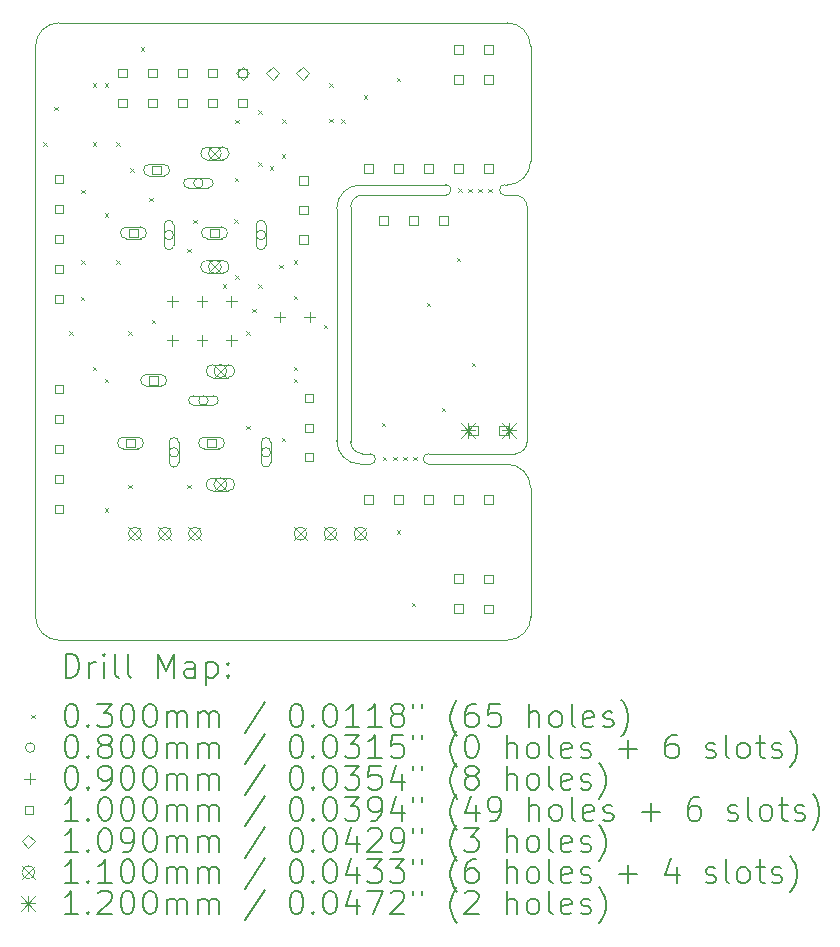
<source format=gbr>
%TF.GenerationSoftware,KiCad,Pcbnew,8.0.4*%
%TF.CreationDate,2024-08-25T20:18:55-07:00*%
%TF.ProjectId,Croissant,43726f69-7373-4616-9e74-2e6b69636164,rev?*%
%TF.SameCoordinates,Original*%
%TF.FileFunction,Drillmap*%
%TF.FilePolarity,Positive*%
%FSLAX45Y45*%
G04 Gerber Fmt 4.5, Leading zero omitted, Abs format (unit mm)*
G04 Created by KiCad (PCBNEW 8.0.4) date 2024-08-25 20:18:55*
%MOMM*%
%LPD*%
G01*
G04 APERTURE LIST*
%ADD10C,0.050000*%
%ADD11C,0.100000*%
%ADD12C,0.200000*%
%ADD13C,0.109000*%
%ADD14C,0.110000*%
%ADD15C,0.120000*%
G04 APERTURE END LIST*
D10*
X8773544Y-5932380D02*
G75*
G02*
X8773544Y-5842760I6J44810D01*
G01*
D11*
X7549480Y-8209528D02*
X7632610Y-8209814D01*
D10*
X8862358Y-5932472D02*
G75*
G02*
X8962358Y-6032472I2J-99998D01*
G01*
X8773544Y-5932380D02*
X8862358Y-5932472D01*
X7567838Y-5932472D02*
X8273544Y-5932380D01*
D11*
X8793979Y-9700000D02*
X5000000Y-9700000D01*
D10*
X7632610Y-8120186D02*
X7567838Y-8120000D01*
X7467838Y-6032472D02*
G75*
G02*
X7567838Y-5932468I100002J2D01*
G01*
X8862358Y-8120000D02*
X8128000Y-8120186D01*
D11*
X8991400Y-5646000D02*
G75*
G02*
X8791400Y-5846000I-200010J10D01*
G01*
D10*
X8962358Y-6032472D02*
X8962358Y-8020000D01*
D11*
X8991301Y-4672061D02*
X8991400Y-5646000D01*
X5000000Y-4473000D02*
X8791301Y-4472061D01*
X7349480Y-6046000D02*
X7349480Y-8009528D01*
X8791400Y-8209528D02*
G75*
G02*
X8991402Y-8409528I0J-200002D01*
G01*
D10*
X8273544Y-5842752D02*
G75*
G02*
X8273544Y-5932388I6J-44818D01*
G01*
X8962358Y-8020000D02*
G75*
G02*
X8862358Y-8119998I-99998J0D01*
G01*
X7467838Y-8020000D02*
X7467838Y-6032472D01*
D11*
X4800000Y-9500000D02*
X4800000Y-4673000D01*
X5000000Y-9700000D02*
G75*
G02*
X4800000Y-9500000I0J200000D01*
G01*
D10*
X8128000Y-8209814D02*
G75*
G02*
X8128000Y-8120186I0J44814D01*
G01*
D11*
X8993979Y-9500000D02*
G75*
G02*
X8793979Y-9699999I-199999J0D01*
G01*
X8273544Y-5842752D02*
X7549480Y-5846000D01*
X8991400Y-8409528D02*
X8993979Y-9500000D01*
D10*
X7567838Y-8120000D02*
G75*
G02*
X7467840Y-8020000I2J100000D01*
G01*
X7632610Y-8120186D02*
G75*
G02*
X7632610Y-8209814I0J-44814D01*
G01*
D11*
X4800000Y-4673000D02*
G75*
G02*
X5000000Y-4473000I200000J0D01*
G01*
X7349480Y-6046000D02*
G75*
G02*
X7549480Y-5846000I200000J0D01*
G01*
X7549480Y-8209528D02*
G75*
G02*
X7349482Y-8009528I0J199998D01*
G01*
X8791400Y-5846000D02*
X8773544Y-5842752D01*
X8791301Y-4472061D02*
G75*
G02*
X8991299Y-4672061I-1J-199999D01*
G01*
X8128000Y-8209814D02*
X8791400Y-8209528D01*
D12*
D11*
X4865000Y-5485000D02*
X4895000Y-5515000D01*
X4895000Y-5485000D02*
X4865000Y-5515000D01*
X4959260Y-5185000D02*
X4989260Y-5215000D01*
X4989260Y-5185000D02*
X4959260Y-5215000D01*
X5085000Y-7085000D02*
X5115000Y-7115000D01*
X5115000Y-7085000D02*
X5085000Y-7115000D01*
X5182360Y-6791394D02*
X5212360Y-6821394D01*
X5212360Y-6791394D02*
X5182360Y-6821394D01*
X5185000Y-5885000D02*
X5215000Y-5915000D01*
X5215000Y-5885000D02*
X5185000Y-5915000D01*
X5185000Y-6485000D02*
X5215000Y-6515000D01*
X5215000Y-6485000D02*
X5185000Y-6515000D01*
X5285000Y-4985000D02*
X5315000Y-5015000D01*
X5315000Y-4985000D02*
X5285000Y-5015000D01*
X5285000Y-5485000D02*
X5315000Y-5515000D01*
X5315000Y-5485000D02*
X5285000Y-5515000D01*
X5285000Y-7385000D02*
X5315000Y-7415000D01*
X5315000Y-7385000D02*
X5285000Y-7415000D01*
X5385000Y-4985000D02*
X5415000Y-5015000D01*
X5415000Y-4985000D02*
X5385000Y-5015000D01*
X5385000Y-6085000D02*
X5415000Y-6115000D01*
X5415000Y-6085000D02*
X5385000Y-6115000D01*
X5385000Y-7485000D02*
X5415000Y-7515000D01*
X5415000Y-7485000D02*
X5385000Y-7515000D01*
X5385000Y-8585000D02*
X5415000Y-8615000D01*
X5415000Y-8585000D02*
X5385000Y-8615000D01*
X5485000Y-5485000D02*
X5515000Y-5515000D01*
X5515000Y-5485000D02*
X5485000Y-5515000D01*
X5485000Y-6485000D02*
X5515000Y-6515000D01*
X5515000Y-6485000D02*
X5485000Y-6515000D01*
X5585000Y-7085000D02*
X5615000Y-7115000D01*
X5615000Y-7085000D02*
X5585000Y-7115000D01*
X5585000Y-8385000D02*
X5615000Y-8415000D01*
X5615000Y-8385000D02*
X5585000Y-8415000D01*
X5601839Y-5701839D02*
X5631839Y-5731839D01*
X5631839Y-5701839D02*
X5601839Y-5731839D01*
X5689372Y-4678000D02*
X5719372Y-4708000D01*
X5719372Y-4678000D02*
X5689372Y-4708000D01*
X5763500Y-5954000D02*
X5793500Y-5984000D01*
X5793500Y-5954000D02*
X5763500Y-5984000D01*
X5785000Y-6985000D02*
X5815000Y-7015000D01*
X5815000Y-6985000D02*
X5785000Y-7015000D01*
X6085000Y-6385000D02*
X6115000Y-6415000D01*
X6115000Y-6385000D02*
X6085000Y-6415000D01*
X6085000Y-8385000D02*
X6115000Y-8415000D01*
X6115000Y-8385000D02*
X6085000Y-8415000D01*
X6137357Y-6141283D02*
X6167357Y-6171283D01*
X6167357Y-6141283D02*
X6137357Y-6171283D01*
X6385000Y-6685000D02*
X6415000Y-6715000D01*
X6415000Y-6685000D02*
X6385000Y-6715000D01*
X6484298Y-6137002D02*
X6514298Y-6167002D01*
X6514298Y-6137002D02*
X6484298Y-6167002D01*
X6485000Y-5785000D02*
X6515000Y-5815000D01*
X6515000Y-5785000D02*
X6485000Y-5815000D01*
X6490617Y-6610000D02*
X6520617Y-6640000D01*
X6520617Y-6610000D02*
X6490617Y-6640000D01*
X6492033Y-5292033D02*
X6522033Y-5322033D01*
X6522033Y-5292033D02*
X6492033Y-5322033D01*
X6585000Y-7085000D02*
X6615000Y-7115000D01*
X6615000Y-7085000D02*
X6585000Y-7115000D01*
X6585000Y-7885000D02*
X6615000Y-7915000D01*
X6615000Y-7885000D02*
X6585000Y-7915000D01*
X6633283Y-6892468D02*
X6663283Y-6922468D01*
X6663283Y-6892468D02*
X6633283Y-6922468D01*
X6683647Y-5651606D02*
X6713647Y-5681606D01*
X6713647Y-5651606D02*
X6683647Y-5681606D01*
X6685000Y-5214000D02*
X6715000Y-5244000D01*
X6715000Y-5214000D02*
X6685000Y-5244000D01*
X6685000Y-6685000D02*
X6715000Y-6715000D01*
X6715000Y-6685000D02*
X6685000Y-6715000D01*
X6785000Y-5685000D02*
X6815000Y-5715000D01*
X6815000Y-5685000D02*
X6785000Y-5715000D01*
X6862559Y-6519758D02*
X6892559Y-6549758D01*
X6892559Y-6519758D02*
X6862559Y-6549758D01*
X6885000Y-5585000D02*
X6915000Y-5615000D01*
X6915000Y-5585000D02*
X6885000Y-5615000D01*
X6885000Y-7985000D02*
X6915000Y-8015000D01*
X6915000Y-7985000D02*
X6885000Y-8015000D01*
X6888033Y-5288033D02*
X6918033Y-5318033D01*
X6918033Y-5288033D02*
X6888033Y-5318033D01*
X6985000Y-6485000D02*
X7015000Y-6515000D01*
X7015000Y-6485000D02*
X6985000Y-6515000D01*
X6985000Y-6785000D02*
X7015000Y-6815000D01*
X7015000Y-6785000D02*
X6985000Y-6815000D01*
X6985000Y-7385000D02*
X7015000Y-7415000D01*
X7015000Y-7385000D02*
X6985000Y-7415000D01*
X6988033Y-7488033D02*
X7018033Y-7518033D01*
X7018033Y-7488033D02*
X6988033Y-7518033D01*
X7241150Y-7028850D02*
X7271150Y-7058850D01*
X7271150Y-7028850D02*
X7241150Y-7058850D01*
X7285000Y-4985000D02*
X7315000Y-5015000D01*
X7315000Y-4985000D02*
X7285000Y-5015000D01*
X7285000Y-5285000D02*
X7315000Y-5315000D01*
X7315000Y-5285000D02*
X7285000Y-5315000D01*
X7388033Y-5288033D02*
X7418033Y-5318033D01*
X7418033Y-5288033D02*
X7388033Y-5318033D01*
X7580000Y-5087000D02*
X7610000Y-5117000D01*
X7610000Y-5087000D02*
X7580000Y-5117000D01*
X7732000Y-7859000D02*
X7762000Y-7889000D01*
X7762000Y-7859000D02*
X7732000Y-7889000D01*
X7741258Y-8146704D02*
X7771258Y-8176704D01*
X7771258Y-8146704D02*
X7741258Y-8176704D01*
X7827413Y-8147521D02*
X7857413Y-8177521D01*
X7857413Y-8147521D02*
X7827413Y-8177521D01*
X7859000Y-4938000D02*
X7889000Y-4968000D01*
X7889000Y-4938000D02*
X7859000Y-4968000D01*
X7859000Y-8771008D02*
X7889000Y-8801008D01*
X7889000Y-8771008D02*
X7859000Y-8801008D01*
X7911526Y-8148338D02*
X7941526Y-8178338D01*
X7941526Y-8148338D02*
X7911526Y-8178338D01*
X7986000Y-9383000D02*
X8016000Y-9413000D01*
X8016000Y-9383000D02*
X7986000Y-9413000D01*
X7997680Y-8147521D02*
X8027680Y-8177521D01*
X8027680Y-8147521D02*
X7997680Y-8177521D01*
X8113000Y-6843000D02*
X8143000Y-6873000D01*
X8143000Y-6843000D02*
X8113000Y-6873000D01*
X8240000Y-7732000D02*
X8270000Y-7762000D01*
X8270000Y-7732000D02*
X8240000Y-7762000D01*
X8367000Y-6462000D02*
X8397000Y-6492000D01*
X8397000Y-6462000D02*
X8367000Y-6492000D01*
X8377716Y-5875469D02*
X8407716Y-5905469D01*
X8407716Y-5875469D02*
X8377716Y-5905469D01*
X8463870Y-5876286D02*
X8493870Y-5906286D01*
X8493870Y-5876286D02*
X8463870Y-5906286D01*
X8494000Y-7351000D02*
X8524000Y-7381000D01*
X8524000Y-7351000D02*
X8494000Y-7381000D01*
X8547983Y-5877102D02*
X8577983Y-5907102D01*
X8577983Y-5877102D02*
X8547983Y-5907102D01*
X8634137Y-5876286D02*
X8664137Y-5906286D01*
X8664137Y-5876286D02*
X8634137Y-5906286D01*
X5969298Y-6269758D02*
G75*
G02*
X5889298Y-6269758I-40000J0D01*
G01*
X5889298Y-6269758D02*
G75*
G02*
X5969298Y-6269758I40000J0D01*
G01*
X5969298Y-6354758D02*
X5969298Y-6184758D01*
X5889298Y-6184758D02*
G75*
G02*
X5969298Y-6184758I40000J0D01*
G01*
X5889298Y-6184758D02*
X5889298Y-6354758D01*
X5889298Y-6354758D02*
G75*
G03*
X5969298Y-6354758I40000J0D01*
G01*
X6011845Y-8110016D02*
G75*
G02*
X5931845Y-8110016I-40000J0D01*
G01*
X5931845Y-8110016D02*
G75*
G02*
X6011845Y-8110016I40000J0D01*
G01*
X6011845Y-8195016D02*
X6011845Y-8025016D01*
X5931845Y-8025016D02*
G75*
G02*
X6011845Y-8025016I40000J0D01*
G01*
X5931845Y-8025016D02*
X5931845Y-8195016D01*
X5931845Y-8195016D02*
G75*
G03*
X6011845Y-8195016I40000J0D01*
G01*
X6219298Y-5829758D02*
G75*
G02*
X6139298Y-5829758I-40000J0D01*
G01*
X6139298Y-5829758D02*
G75*
G02*
X6219298Y-5829758I40000J0D01*
G01*
X6094298Y-5869758D02*
X6264298Y-5869758D01*
X6264298Y-5789758D02*
G75*
G02*
X6264298Y-5869758I0J-40000D01*
G01*
X6264298Y-5789758D02*
X6094298Y-5789758D01*
X6094298Y-5789758D02*
G75*
G03*
X6094298Y-5869758I0J-40000D01*
G01*
X6261845Y-7670016D02*
G75*
G02*
X6181845Y-7670016I-40000J0D01*
G01*
X6181845Y-7670016D02*
G75*
G02*
X6261845Y-7670016I40000J0D01*
G01*
X6136845Y-7710016D02*
X6306845Y-7710016D01*
X6306845Y-7630016D02*
G75*
G02*
X6306845Y-7710016I0J-40000D01*
G01*
X6306845Y-7630016D02*
X6136845Y-7630016D01*
X6136845Y-7630016D02*
G75*
G03*
X6136845Y-7710016I0J-40000D01*
G01*
X6749298Y-6269758D02*
G75*
G02*
X6669298Y-6269758I-40000J0D01*
G01*
X6669298Y-6269758D02*
G75*
G02*
X6749298Y-6269758I40000J0D01*
G01*
X6749298Y-6354758D02*
X6749298Y-6184758D01*
X6669298Y-6184758D02*
G75*
G02*
X6749298Y-6184758I40000J0D01*
G01*
X6669298Y-6184758D02*
X6669298Y-6354758D01*
X6669298Y-6354758D02*
G75*
G03*
X6749298Y-6354758I40000J0D01*
G01*
X6791845Y-8110016D02*
G75*
G02*
X6711845Y-8110016I-40000J0D01*
G01*
X6711845Y-8110016D02*
G75*
G02*
X6791845Y-8110016I40000J0D01*
G01*
X6791845Y-8195016D02*
X6791845Y-8025016D01*
X6711845Y-8025016D02*
G75*
G02*
X6791845Y-8025016I40000J0D01*
G01*
X6711845Y-8025016D02*
X6711845Y-8195016D01*
X6711845Y-8195016D02*
G75*
G03*
X6791845Y-8195016I40000J0D01*
G01*
X5958283Y-6787468D02*
X5958283Y-6877468D01*
X5913283Y-6832468D02*
X6003283Y-6832468D01*
X5958283Y-7117468D02*
X5958283Y-7207468D01*
X5913283Y-7162468D02*
X6003283Y-7162468D01*
X6208283Y-6787468D02*
X6208283Y-6877468D01*
X6163283Y-6832468D02*
X6253283Y-6832468D01*
X6208283Y-7117468D02*
X6208283Y-7207468D01*
X6163283Y-7162468D02*
X6253283Y-7162468D01*
X6458283Y-6787468D02*
X6458283Y-6877468D01*
X6413283Y-6832468D02*
X6503283Y-6832468D01*
X6458283Y-7117468D02*
X6458283Y-7207468D01*
X6413283Y-7162468D02*
X6503283Y-7162468D01*
X6867150Y-6918402D02*
X6867150Y-7008402D01*
X6822150Y-6963402D02*
X6912150Y-6963402D01*
X7121150Y-6918402D02*
X7121150Y-7008402D01*
X7076150Y-6963402D02*
X7166150Y-6963402D01*
X5035356Y-7606782D02*
X5035356Y-7536070D01*
X4964644Y-7536070D01*
X4964644Y-7606782D01*
X5035356Y-7606782D01*
X5035356Y-7860782D02*
X5035356Y-7790070D01*
X4964644Y-7790070D01*
X4964644Y-7860782D01*
X5035356Y-7860782D01*
X5035356Y-8114782D02*
X5035356Y-8044070D01*
X4964644Y-8044070D01*
X4964644Y-8114782D01*
X5035356Y-8114782D01*
X5035356Y-8368782D02*
X5035356Y-8298070D01*
X4964644Y-8298070D01*
X4964644Y-8368782D01*
X5035356Y-8368782D01*
X5035356Y-8622782D02*
X5035356Y-8552071D01*
X4964644Y-8552071D01*
X4964644Y-8622782D01*
X5035356Y-8622782D01*
X5036725Y-5829285D02*
X5036725Y-5758573D01*
X4966013Y-5758573D01*
X4966013Y-5829285D01*
X5036725Y-5829285D01*
X5036725Y-6083285D02*
X5036725Y-6012573D01*
X4966013Y-6012573D01*
X4966013Y-6083285D01*
X5036725Y-6083285D01*
X5036725Y-6337285D02*
X5036725Y-6266573D01*
X4966013Y-6266573D01*
X4966013Y-6337285D01*
X5036725Y-6337285D01*
X5036725Y-6591285D02*
X5036725Y-6520573D01*
X4966013Y-6520573D01*
X4966013Y-6591285D01*
X5036725Y-6591285D01*
X5036725Y-6845285D02*
X5036725Y-6774573D01*
X4966013Y-6774573D01*
X4966013Y-6845285D01*
X5036725Y-6845285D01*
X5573356Y-4935356D02*
X5573356Y-4864644D01*
X5502644Y-4864644D01*
X5502644Y-4935356D01*
X5573356Y-4935356D01*
X5573356Y-5189356D02*
X5573356Y-5118644D01*
X5502644Y-5118644D01*
X5502644Y-5189356D01*
X5573356Y-5189356D01*
X5639956Y-8065356D02*
X5639956Y-7994644D01*
X5569244Y-7994644D01*
X5569244Y-8065356D01*
X5639956Y-8065356D01*
X5664600Y-7980000D02*
X5544600Y-7980000D01*
X5544600Y-8080000D02*
G75*
G02*
X5544600Y-7980000I0J50000D01*
G01*
X5544600Y-8080000D02*
X5664600Y-8080000D01*
X5664600Y-8080000D02*
G75*
G03*
X5664600Y-7980000I0J50000D01*
G01*
X5665067Y-6286292D02*
X5665067Y-6215581D01*
X5594355Y-6215581D01*
X5594355Y-6286292D01*
X5665067Y-6286292D01*
X5689711Y-6200936D02*
X5569711Y-6200936D01*
X5569711Y-6300936D02*
G75*
G02*
X5569711Y-6200936I0J50000D01*
G01*
X5569711Y-6300936D02*
X5689711Y-6300936D01*
X5689711Y-6300936D02*
G75*
G03*
X5689711Y-6200936I0J50000D01*
G01*
X5827356Y-4935356D02*
X5827356Y-4864644D01*
X5756644Y-4864644D01*
X5756644Y-4935356D01*
X5827356Y-4935356D01*
X5827356Y-5189356D02*
X5827356Y-5118644D01*
X5756644Y-5118644D01*
X5756644Y-5189356D01*
X5827356Y-5189356D01*
X5835356Y-7535356D02*
X5835356Y-7464644D01*
X5764644Y-7464644D01*
X5764644Y-7535356D01*
X5835356Y-7535356D01*
X5860000Y-7450000D02*
X5740000Y-7450000D01*
X5740000Y-7550000D02*
G75*
G02*
X5740000Y-7450000I0J50000D01*
G01*
X5740000Y-7550000D02*
X5860000Y-7550000D01*
X5860000Y-7550000D02*
G75*
G03*
X5860000Y-7450000I0J50000D01*
G01*
X5860467Y-5756292D02*
X5860467Y-5685581D01*
X5789755Y-5685581D01*
X5789755Y-5756292D01*
X5860467Y-5756292D01*
X5885111Y-5670936D02*
X5765111Y-5670936D01*
X5765111Y-5770936D02*
G75*
G02*
X5765111Y-5670936I0J50000D01*
G01*
X5765111Y-5770936D02*
X5885111Y-5770936D01*
X5885111Y-5770936D02*
G75*
G03*
X5885111Y-5670936I0J50000D01*
G01*
X6081356Y-4935356D02*
X6081356Y-4864644D01*
X6010644Y-4864644D01*
X6010644Y-4935356D01*
X6081356Y-4935356D01*
X6081356Y-5189356D02*
X6081356Y-5118644D01*
X6010644Y-5118644D01*
X6010644Y-5189356D01*
X6081356Y-5189356D01*
X6325756Y-8065356D02*
X6325756Y-7994644D01*
X6255044Y-7994644D01*
X6255044Y-8065356D01*
X6325756Y-8065356D01*
X6230400Y-8080000D02*
X6350400Y-8080000D01*
X6350400Y-7980000D02*
G75*
G02*
X6350400Y-8080000I0J-50000D01*
G01*
X6350400Y-7980000D02*
X6230400Y-7980000D01*
X6230400Y-7980000D02*
G75*
G03*
X6230400Y-8080000I0J-50000D01*
G01*
X6335356Y-4935356D02*
X6335356Y-4864644D01*
X6264644Y-4864644D01*
X6264644Y-4935356D01*
X6335356Y-4935356D01*
X6335356Y-5189356D02*
X6335356Y-5118644D01*
X6264644Y-5118644D01*
X6264644Y-5189356D01*
X6335356Y-5189356D01*
X6350867Y-6286292D02*
X6350867Y-6215581D01*
X6280155Y-6215581D01*
X6280155Y-6286292D01*
X6350867Y-6286292D01*
X6255511Y-6300936D02*
X6375511Y-6300936D01*
X6375511Y-6200936D02*
G75*
G02*
X6375511Y-6300936I0J-50000D01*
G01*
X6375511Y-6200936D02*
X6255511Y-6200936D01*
X6255511Y-6200936D02*
G75*
G03*
X6255511Y-6300936I0J-50000D01*
G01*
X6589356Y-4935356D02*
X6589356Y-4864644D01*
X6518644Y-4864644D01*
X6518644Y-4935356D01*
X6589356Y-4935356D01*
X6589356Y-5189356D02*
X6589356Y-5118644D01*
X6518644Y-5118644D01*
X6518644Y-5189356D01*
X6589356Y-5189356D01*
X7104182Y-5843858D02*
X7104182Y-5773147D01*
X7033470Y-5773147D01*
X7033470Y-5843858D01*
X7104182Y-5843858D01*
X7104182Y-6093858D02*
X7104182Y-6023147D01*
X7033470Y-6023147D01*
X7033470Y-6093858D01*
X7104182Y-6093858D01*
X7104182Y-6343858D02*
X7104182Y-6273147D01*
X7033470Y-6273147D01*
X7033470Y-6343858D01*
X7104182Y-6343858D01*
X7151048Y-7686742D02*
X7151048Y-7616031D01*
X7080336Y-7616031D01*
X7080336Y-7686742D01*
X7151048Y-7686742D01*
X7151048Y-7936742D02*
X7151048Y-7866031D01*
X7080336Y-7866031D01*
X7080336Y-7936742D01*
X7151048Y-7936742D01*
X7151048Y-8186742D02*
X7151048Y-8116031D01*
X7080336Y-8116031D01*
X7080336Y-8186742D01*
X7151048Y-8186742D01*
X7654483Y-5742267D02*
X7654483Y-5671556D01*
X7583772Y-5671556D01*
X7583772Y-5742267D01*
X7654483Y-5742267D01*
X7656236Y-8544356D02*
X7656236Y-8473644D01*
X7585524Y-8473644D01*
X7585524Y-8544356D01*
X7656236Y-8544356D01*
X7782628Y-6181356D02*
X7782628Y-6110644D01*
X7711917Y-6110644D01*
X7711917Y-6181356D01*
X7782628Y-6181356D01*
X7908483Y-5742267D02*
X7908483Y-5671556D01*
X7837772Y-5671556D01*
X7837772Y-5742267D01*
X7908483Y-5742267D01*
X7910236Y-8544356D02*
X7910236Y-8473644D01*
X7839524Y-8473644D01*
X7839524Y-8544356D01*
X7910236Y-8544356D01*
X8036628Y-6181356D02*
X8036628Y-6110644D01*
X7965917Y-6110644D01*
X7965917Y-6181356D01*
X8036628Y-6181356D01*
X8162483Y-5742267D02*
X8162483Y-5671556D01*
X8091772Y-5671556D01*
X8091772Y-5742267D01*
X8162483Y-5742267D01*
X8164236Y-8544356D02*
X8164236Y-8473644D01*
X8093524Y-8473644D01*
X8093524Y-8544356D01*
X8164236Y-8544356D01*
X8290628Y-6181356D02*
X8290628Y-6110644D01*
X8219917Y-6110644D01*
X8219917Y-6181356D01*
X8290628Y-6181356D01*
X8416483Y-4735443D02*
X8416483Y-4664731D01*
X8345772Y-4664731D01*
X8345772Y-4735443D01*
X8416483Y-4735443D01*
X8416483Y-4989443D02*
X8416483Y-4918731D01*
X8345772Y-4918731D01*
X8345772Y-4989443D01*
X8416483Y-4989443D01*
X8416483Y-5742267D02*
X8416483Y-5671556D01*
X8345772Y-5671556D01*
X8345772Y-5742267D01*
X8416483Y-5742267D01*
X8416767Y-9214181D02*
X8416767Y-9143469D01*
X8346055Y-9143469D01*
X8346055Y-9214181D01*
X8416767Y-9214181D01*
X8416767Y-9468181D02*
X8416767Y-9397469D01*
X8346055Y-9397469D01*
X8346055Y-9468181D01*
X8416767Y-9468181D01*
X8418236Y-8544356D02*
X8418236Y-8473644D01*
X8347524Y-8473644D01*
X8347524Y-8544356D01*
X8418236Y-8544356D01*
X8544356Y-7959424D02*
X8544356Y-7888713D01*
X8473644Y-7888713D01*
X8473644Y-7959424D01*
X8544356Y-7959424D01*
X8670483Y-5742267D02*
X8670483Y-5671556D01*
X8599772Y-5671556D01*
X8599772Y-5742267D01*
X8670483Y-5742267D01*
X8671141Y-4734356D02*
X8671141Y-4663644D01*
X8600430Y-4663644D01*
X8600430Y-4734356D01*
X8671141Y-4734356D01*
X8671141Y-4988356D02*
X8671141Y-4917644D01*
X8600430Y-4917644D01*
X8600430Y-4988356D01*
X8671141Y-4988356D01*
X8671356Y-9214852D02*
X8671356Y-9144141D01*
X8600644Y-9144141D01*
X8600644Y-9214852D01*
X8671356Y-9214852D01*
X8671356Y-9468852D02*
X8671356Y-9398141D01*
X8600644Y-9398141D01*
X8600644Y-9468852D01*
X8671356Y-9468852D01*
X8672236Y-8544356D02*
X8672236Y-8473644D01*
X8601524Y-8473644D01*
X8601524Y-8544356D01*
X8672236Y-8544356D01*
X8798356Y-7959424D02*
X8798356Y-7888713D01*
X8727644Y-7888713D01*
X8727644Y-7959424D01*
X8798356Y-7959424D01*
D13*
X6554000Y-4954500D02*
X6608500Y-4900000D01*
X6554000Y-4845500D01*
X6499500Y-4900000D01*
X6554000Y-4954500D01*
X6808000Y-4954500D02*
X6862500Y-4900000D01*
X6808000Y-4845500D01*
X6753500Y-4900000D01*
X6808000Y-4954500D01*
X7062000Y-4954500D02*
X7116500Y-4900000D01*
X7062000Y-4845500D01*
X7007500Y-4900000D01*
X7062000Y-4954500D01*
D14*
X5587316Y-8743400D02*
X5697316Y-8853400D01*
X5697316Y-8743400D02*
X5587316Y-8853400D01*
X5697316Y-8798400D02*
G75*
G02*
X5587316Y-8798400I-55000J0D01*
G01*
X5587316Y-8798400D02*
G75*
G02*
X5697316Y-8798400I55000J0D01*
G01*
X5841316Y-8743400D02*
X5951316Y-8853400D01*
X5951316Y-8743400D02*
X5841316Y-8853400D01*
X5951316Y-8798400D02*
G75*
G02*
X5841316Y-8798400I-55000J0D01*
G01*
X5841316Y-8798400D02*
G75*
G02*
X5951316Y-8798400I55000J0D01*
G01*
X6095316Y-8743400D02*
X6205316Y-8853400D01*
X6205316Y-8743400D02*
X6095316Y-8853400D01*
X6205316Y-8798400D02*
G75*
G02*
X6095316Y-8798400I-55000J0D01*
G01*
X6095316Y-8798400D02*
G75*
G02*
X6205316Y-8798400I55000J0D01*
G01*
X6263826Y-5523503D02*
X6373826Y-5633503D01*
X6373826Y-5523503D02*
X6263826Y-5633503D01*
X6373826Y-5578503D02*
G75*
G02*
X6263826Y-5578503I-55000J0D01*
G01*
X6263826Y-5578503D02*
G75*
G02*
X6373826Y-5578503I55000J0D01*
G01*
D11*
X6383826Y-5523503D02*
X6253826Y-5523503D01*
X6253826Y-5633503D02*
G75*
G02*
X6253826Y-5523503I0J55000D01*
G01*
X6253826Y-5633503D02*
X6383826Y-5633503D01*
X6383826Y-5633503D02*
G75*
G03*
X6383826Y-5523503I0J55000D01*
G01*
D14*
X6263826Y-6483503D02*
X6373826Y-6593503D01*
X6373826Y-6483503D02*
X6263826Y-6593503D01*
X6373826Y-6538503D02*
G75*
G02*
X6263826Y-6538503I-55000J0D01*
G01*
X6263826Y-6538503D02*
G75*
G02*
X6373826Y-6538503I55000J0D01*
G01*
D11*
X6383826Y-6483503D02*
X6253826Y-6483503D01*
X6253826Y-6593503D02*
G75*
G02*
X6253826Y-6483503I0J55000D01*
G01*
X6253826Y-6593503D02*
X6383826Y-6593503D01*
X6383826Y-6593503D02*
G75*
G03*
X6383826Y-6483503I0J55000D01*
G01*
D14*
X6310692Y-7366386D02*
X6420692Y-7476386D01*
X6420692Y-7366386D02*
X6310692Y-7476386D01*
X6420692Y-7421386D02*
G75*
G02*
X6310692Y-7421386I-55000J0D01*
G01*
X6310692Y-7421386D02*
G75*
G02*
X6420692Y-7421386I55000J0D01*
G01*
D11*
X6430692Y-7366386D02*
X6300692Y-7366386D01*
X6300692Y-7476386D02*
G75*
G02*
X6300692Y-7366386I0J55000D01*
G01*
X6300692Y-7476386D02*
X6430692Y-7476386D01*
X6430692Y-7476386D02*
G75*
G03*
X6430692Y-7366386I0J55000D01*
G01*
D14*
X6310692Y-8326386D02*
X6420692Y-8436386D01*
X6420692Y-8326386D02*
X6310692Y-8436386D01*
X6420692Y-8381386D02*
G75*
G02*
X6310692Y-8381386I-55000J0D01*
G01*
X6310692Y-8381386D02*
G75*
G02*
X6420692Y-8381386I55000J0D01*
G01*
D11*
X6430692Y-8326386D02*
X6300692Y-8326386D01*
X6300692Y-8436386D02*
G75*
G02*
X6300692Y-8326386I0J55000D01*
G01*
X6300692Y-8436386D02*
X6430692Y-8436386D01*
X6430692Y-8436386D02*
G75*
G03*
X6430692Y-8326386I0J55000D01*
G01*
D14*
X6988032Y-8743400D02*
X7098032Y-8853400D01*
X7098032Y-8743400D02*
X6988032Y-8853400D01*
X7098032Y-8798400D02*
G75*
G02*
X6988032Y-8798400I-55000J0D01*
G01*
X6988032Y-8798400D02*
G75*
G02*
X7098032Y-8798400I55000J0D01*
G01*
X7242032Y-8743400D02*
X7352032Y-8853400D01*
X7352032Y-8743400D02*
X7242032Y-8853400D01*
X7352032Y-8798400D02*
G75*
G02*
X7242032Y-8798400I-55000J0D01*
G01*
X7242032Y-8798400D02*
G75*
G02*
X7352032Y-8798400I55000J0D01*
G01*
X7496032Y-8743400D02*
X7606032Y-8853400D01*
X7606032Y-8743400D02*
X7496032Y-8853400D01*
X7606032Y-8798400D02*
G75*
G02*
X7496032Y-8798400I-55000J0D01*
G01*
X7496032Y-8798400D02*
G75*
G02*
X7606032Y-8798400I55000J0D01*
G01*
D15*
X8399738Y-7864629D02*
X8519738Y-7984629D01*
X8519738Y-7864629D02*
X8399738Y-7984629D01*
X8459738Y-7864629D02*
X8459738Y-7984629D01*
X8399738Y-7924629D02*
X8519738Y-7924629D01*
X8749738Y-7864629D02*
X8869738Y-7984629D01*
X8869738Y-7864629D02*
X8749738Y-7984629D01*
X8809738Y-7864629D02*
X8809738Y-7984629D01*
X8749738Y-7924629D02*
X8869738Y-7924629D01*
D12*
X5055777Y-10016484D02*
X5055777Y-9816484D01*
X5055777Y-9816484D02*
X5103396Y-9816484D01*
X5103396Y-9816484D02*
X5131967Y-9826008D01*
X5131967Y-9826008D02*
X5151015Y-9845055D01*
X5151015Y-9845055D02*
X5160539Y-9864103D01*
X5160539Y-9864103D02*
X5170063Y-9902198D01*
X5170063Y-9902198D02*
X5170063Y-9930770D01*
X5170063Y-9930770D02*
X5160539Y-9968865D01*
X5160539Y-9968865D02*
X5151015Y-9987912D01*
X5151015Y-9987912D02*
X5131967Y-10006960D01*
X5131967Y-10006960D02*
X5103396Y-10016484D01*
X5103396Y-10016484D02*
X5055777Y-10016484D01*
X5255777Y-10016484D02*
X5255777Y-9883150D01*
X5255777Y-9921246D02*
X5265301Y-9902198D01*
X5265301Y-9902198D02*
X5274824Y-9892674D01*
X5274824Y-9892674D02*
X5293872Y-9883150D01*
X5293872Y-9883150D02*
X5312920Y-9883150D01*
X5379586Y-10016484D02*
X5379586Y-9883150D01*
X5379586Y-9816484D02*
X5370063Y-9826008D01*
X5370063Y-9826008D02*
X5379586Y-9835531D01*
X5379586Y-9835531D02*
X5389110Y-9826008D01*
X5389110Y-9826008D02*
X5379586Y-9816484D01*
X5379586Y-9816484D02*
X5379586Y-9835531D01*
X5503396Y-10016484D02*
X5484348Y-10006960D01*
X5484348Y-10006960D02*
X5474824Y-9987912D01*
X5474824Y-9987912D02*
X5474824Y-9816484D01*
X5608158Y-10016484D02*
X5589110Y-10006960D01*
X5589110Y-10006960D02*
X5579586Y-9987912D01*
X5579586Y-9987912D02*
X5579586Y-9816484D01*
X5836729Y-10016484D02*
X5836729Y-9816484D01*
X5836729Y-9816484D02*
X5903396Y-9959341D01*
X5903396Y-9959341D02*
X5970062Y-9816484D01*
X5970062Y-9816484D02*
X5970062Y-10016484D01*
X6151015Y-10016484D02*
X6151015Y-9911722D01*
X6151015Y-9911722D02*
X6141491Y-9892674D01*
X6141491Y-9892674D02*
X6122443Y-9883150D01*
X6122443Y-9883150D02*
X6084348Y-9883150D01*
X6084348Y-9883150D02*
X6065301Y-9892674D01*
X6151015Y-10006960D02*
X6131967Y-10016484D01*
X6131967Y-10016484D02*
X6084348Y-10016484D01*
X6084348Y-10016484D02*
X6065301Y-10006960D01*
X6065301Y-10006960D02*
X6055777Y-9987912D01*
X6055777Y-9987912D02*
X6055777Y-9968865D01*
X6055777Y-9968865D02*
X6065301Y-9949817D01*
X6065301Y-9949817D02*
X6084348Y-9940293D01*
X6084348Y-9940293D02*
X6131967Y-9940293D01*
X6131967Y-9940293D02*
X6151015Y-9930770D01*
X6246253Y-9883150D02*
X6246253Y-10083150D01*
X6246253Y-9892674D02*
X6265301Y-9883150D01*
X6265301Y-9883150D02*
X6303396Y-9883150D01*
X6303396Y-9883150D02*
X6322443Y-9892674D01*
X6322443Y-9892674D02*
X6331967Y-9902198D01*
X6331967Y-9902198D02*
X6341491Y-9921246D01*
X6341491Y-9921246D02*
X6341491Y-9978389D01*
X6341491Y-9978389D02*
X6331967Y-9997436D01*
X6331967Y-9997436D02*
X6322443Y-10006960D01*
X6322443Y-10006960D02*
X6303396Y-10016484D01*
X6303396Y-10016484D02*
X6265301Y-10016484D01*
X6265301Y-10016484D02*
X6246253Y-10006960D01*
X6427205Y-9997436D02*
X6436729Y-10006960D01*
X6436729Y-10006960D02*
X6427205Y-10016484D01*
X6427205Y-10016484D02*
X6417682Y-10006960D01*
X6417682Y-10006960D02*
X6427205Y-9997436D01*
X6427205Y-9997436D02*
X6427205Y-10016484D01*
X6427205Y-9892674D02*
X6436729Y-9902198D01*
X6436729Y-9902198D02*
X6427205Y-9911722D01*
X6427205Y-9911722D02*
X6417682Y-9902198D01*
X6417682Y-9902198D02*
X6427205Y-9892674D01*
X6427205Y-9892674D02*
X6427205Y-9911722D01*
D11*
X4765000Y-10330000D02*
X4795000Y-10360000D01*
X4795000Y-10330000D02*
X4765000Y-10360000D01*
D12*
X5093872Y-10236484D02*
X5112920Y-10236484D01*
X5112920Y-10236484D02*
X5131967Y-10246008D01*
X5131967Y-10246008D02*
X5141491Y-10255531D01*
X5141491Y-10255531D02*
X5151015Y-10274579D01*
X5151015Y-10274579D02*
X5160539Y-10312674D01*
X5160539Y-10312674D02*
X5160539Y-10360293D01*
X5160539Y-10360293D02*
X5151015Y-10398389D01*
X5151015Y-10398389D02*
X5141491Y-10417436D01*
X5141491Y-10417436D02*
X5131967Y-10426960D01*
X5131967Y-10426960D02*
X5112920Y-10436484D01*
X5112920Y-10436484D02*
X5093872Y-10436484D01*
X5093872Y-10436484D02*
X5074824Y-10426960D01*
X5074824Y-10426960D02*
X5065301Y-10417436D01*
X5065301Y-10417436D02*
X5055777Y-10398389D01*
X5055777Y-10398389D02*
X5046253Y-10360293D01*
X5046253Y-10360293D02*
X5046253Y-10312674D01*
X5046253Y-10312674D02*
X5055777Y-10274579D01*
X5055777Y-10274579D02*
X5065301Y-10255531D01*
X5065301Y-10255531D02*
X5074824Y-10246008D01*
X5074824Y-10246008D02*
X5093872Y-10236484D01*
X5246253Y-10417436D02*
X5255777Y-10426960D01*
X5255777Y-10426960D02*
X5246253Y-10436484D01*
X5246253Y-10436484D02*
X5236729Y-10426960D01*
X5236729Y-10426960D02*
X5246253Y-10417436D01*
X5246253Y-10417436D02*
X5246253Y-10436484D01*
X5322444Y-10236484D02*
X5446253Y-10236484D01*
X5446253Y-10236484D02*
X5379586Y-10312674D01*
X5379586Y-10312674D02*
X5408158Y-10312674D01*
X5408158Y-10312674D02*
X5427205Y-10322198D01*
X5427205Y-10322198D02*
X5436729Y-10331722D01*
X5436729Y-10331722D02*
X5446253Y-10350770D01*
X5446253Y-10350770D02*
X5446253Y-10398389D01*
X5446253Y-10398389D02*
X5436729Y-10417436D01*
X5436729Y-10417436D02*
X5427205Y-10426960D01*
X5427205Y-10426960D02*
X5408158Y-10436484D01*
X5408158Y-10436484D02*
X5351015Y-10436484D01*
X5351015Y-10436484D02*
X5331967Y-10426960D01*
X5331967Y-10426960D02*
X5322444Y-10417436D01*
X5570063Y-10236484D02*
X5589110Y-10236484D01*
X5589110Y-10236484D02*
X5608158Y-10246008D01*
X5608158Y-10246008D02*
X5617682Y-10255531D01*
X5617682Y-10255531D02*
X5627205Y-10274579D01*
X5627205Y-10274579D02*
X5636729Y-10312674D01*
X5636729Y-10312674D02*
X5636729Y-10360293D01*
X5636729Y-10360293D02*
X5627205Y-10398389D01*
X5627205Y-10398389D02*
X5617682Y-10417436D01*
X5617682Y-10417436D02*
X5608158Y-10426960D01*
X5608158Y-10426960D02*
X5589110Y-10436484D01*
X5589110Y-10436484D02*
X5570063Y-10436484D01*
X5570063Y-10436484D02*
X5551015Y-10426960D01*
X5551015Y-10426960D02*
X5541491Y-10417436D01*
X5541491Y-10417436D02*
X5531967Y-10398389D01*
X5531967Y-10398389D02*
X5522444Y-10360293D01*
X5522444Y-10360293D02*
X5522444Y-10312674D01*
X5522444Y-10312674D02*
X5531967Y-10274579D01*
X5531967Y-10274579D02*
X5541491Y-10255531D01*
X5541491Y-10255531D02*
X5551015Y-10246008D01*
X5551015Y-10246008D02*
X5570063Y-10236484D01*
X5760539Y-10236484D02*
X5779586Y-10236484D01*
X5779586Y-10236484D02*
X5798634Y-10246008D01*
X5798634Y-10246008D02*
X5808158Y-10255531D01*
X5808158Y-10255531D02*
X5817682Y-10274579D01*
X5817682Y-10274579D02*
X5827205Y-10312674D01*
X5827205Y-10312674D02*
X5827205Y-10360293D01*
X5827205Y-10360293D02*
X5817682Y-10398389D01*
X5817682Y-10398389D02*
X5808158Y-10417436D01*
X5808158Y-10417436D02*
X5798634Y-10426960D01*
X5798634Y-10426960D02*
X5779586Y-10436484D01*
X5779586Y-10436484D02*
X5760539Y-10436484D01*
X5760539Y-10436484D02*
X5741491Y-10426960D01*
X5741491Y-10426960D02*
X5731967Y-10417436D01*
X5731967Y-10417436D02*
X5722443Y-10398389D01*
X5722443Y-10398389D02*
X5712920Y-10360293D01*
X5712920Y-10360293D02*
X5712920Y-10312674D01*
X5712920Y-10312674D02*
X5722443Y-10274579D01*
X5722443Y-10274579D02*
X5731967Y-10255531D01*
X5731967Y-10255531D02*
X5741491Y-10246008D01*
X5741491Y-10246008D02*
X5760539Y-10236484D01*
X5912920Y-10436484D02*
X5912920Y-10303150D01*
X5912920Y-10322198D02*
X5922443Y-10312674D01*
X5922443Y-10312674D02*
X5941491Y-10303150D01*
X5941491Y-10303150D02*
X5970063Y-10303150D01*
X5970063Y-10303150D02*
X5989110Y-10312674D01*
X5989110Y-10312674D02*
X5998634Y-10331722D01*
X5998634Y-10331722D02*
X5998634Y-10436484D01*
X5998634Y-10331722D02*
X6008158Y-10312674D01*
X6008158Y-10312674D02*
X6027205Y-10303150D01*
X6027205Y-10303150D02*
X6055777Y-10303150D01*
X6055777Y-10303150D02*
X6074824Y-10312674D01*
X6074824Y-10312674D02*
X6084348Y-10331722D01*
X6084348Y-10331722D02*
X6084348Y-10436484D01*
X6179586Y-10436484D02*
X6179586Y-10303150D01*
X6179586Y-10322198D02*
X6189110Y-10312674D01*
X6189110Y-10312674D02*
X6208158Y-10303150D01*
X6208158Y-10303150D02*
X6236729Y-10303150D01*
X6236729Y-10303150D02*
X6255777Y-10312674D01*
X6255777Y-10312674D02*
X6265301Y-10331722D01*
X6265301Y-10331722D02*
X6265301Y-10436484D01*
X6265301Y-10331722D02*
X6274824Y-10312674D01*
X6274824Y-10312674D02*
X6293872Y-10303150D01*
X6293872Y-10303150D02*
X6322443Y-10303150D01*
X6322443Y-10303150D02*
X6341491Y-10312674D01*
X6341491Y-10312674D02*
X6351015Y-10331722D01*
X6351015Y-10331722D02*
X6351015Y-10436484D01*
X6741491Y-10226960D02*
X6570063Y-10484103D01*
X6998634Y-10236484D02*
X7017682Y-10236484D01*
X7017682Y-10236484D02*
X7036729Y-10246008D01*
X7036729Y-10246008D02*
X7046253Y-10255531D01*
X7046253Y-10255531D02*
X7055777Y-10274579D01*
X7055777Y-10274579D02*
X7065301Y-10312674D01*
X7065301Y-10312674D02*
X7065301Y-10360293D01*
X7065301Y-10360293D02*
X7055777Y-10398389D01*
X7055777Y-10398389D02*
X7046253Y-10417436D01*
X7046253Y-10417436D02*
X7036729Y-10426960D01*
X7036729Y-10426960D02*
X7017682Y-10436484D01*
X7017682Y-10436484D02*
X6998634Y-10436484D01*
X6998634Y-10436484D02*
X6979586Y-10426960D01*
X6979586Y-10426960D02*
X6970063Y-10417436D01*
X6970063Y-10417436D02*
X6960539Y-10398389D01*
X6960539Y-10398389D02*
X6951015Y-10360293D01*
X6951015Y-10360293D02*
X6951015Y-10312674D01*
X6951015Y-10312674D02*
X6960539Y-10274579D01*
X6960539Y-10274579D02*
X6970063Y-10255531D01*
X6970063Y-10255531D02*
X6979586Y-10246008D01*
X6979586Y-10246008D02*
X6998634Y-10236484D01*
X7151015Y-10417436D02*
X7160539Y-10426960D01*
X7160539Y-10426960D02*
X7151015Y-10436484D01*
X7151015Y-10436484D02*
X7141491Y-10426960D01*
X7141491Y-10426960D02*
X7151015Y-10417436D01*
X7151015Y-10417436D02*
X7151015Y-10436484D01*
X7284348Y-10236484D02*
X7303396Y-10236484D01*
X7303396Y-10236484D02*
X7322444Y-10246008D01*
X7322444Y-10246008D02*
X7331967Y-10255531D01*
X7331967Y-10255531D02*
X7341491Y-10274579D01*
X7341491Y-10274579D02*
X7351015Y-10312674D01*
X7351015Y-10312674D02*
X7351015Y-10360293D01*
X7351015Y-10360293D02*
X7341491Y-10398389D01*
X7341491Y-10398389D02*
X7331967Y-10417436D01*
X7331967Y-10417436D02*
X7322444Y-10426960D01*
X7322444Y-10426960D02*
X7303396Y-10436484D01*
X7303396Y-10436484D02*
X7284348Y-10436484D01*
X7284348Y-10436484D02*
X7265301Y-10426960D01*
X7265301Y-10426960D02*
X7255777Y-10417436D01*
X7255777Y-10417436D02*
X7246253Y-10398389D01*
X7246253Y-10398389D02*
X7236729Y-10360293D01*
X7236729Y-10360293D02*
X7236729Y-10312674D01*
X7236729Y-10312674D02*
X7246253Y-10274579D01*
X7246253Y-10274579D02*
X7255777Y-10255531D01*
X7255777Y-10255531D02*
X7265301Y-10246008D01*
X7265301Y-10246008D02*
X7284348Y-10236484D01*
X7541491Y-10436484D02*
X7427206Y-10436484D01*
X7484348Y-10436484D02*
X7484348Y-10236484D01*
X7484348Y-10236484D02*
X7465301Y-10265055D01*
X7465301Y-10265055D02*
X7446253Y-10284103D01*
X7446253Y-10284103D02*
X7427206Y-10293627D01*
X7731967Y-10436484D02*
X7617682Y-10436484D01*
X7674825Y-10436484D02*
X7674825Y-10236484D01*
X7674825Y-10236484D02*
X7655777Y-10265055D01*
X7655777Y-10265055D02*
X7636729Y-10284103D01*
X7636729Y-10284103D02*
X7617682Y-10293627D01*
X7846253Y-10322198D02*
X7827206Y-10312674D01*
X7827206Y-10312674D02*
X7817682Y-10303150D01*
X7817682Y-10303150D02*
X7808158Y-10284103D01*
X7808158Y-10284103D02*
X7808158Y-10274579D01*
X7808158Y-10274579D02*
X7817682Y-10255531D01*
X7817682Y-10255531D02*
X7827206Y-10246008D01*
X7827206Y-10246008D02*
X7846253Y-10236484D01*
X7846253Y-10236484D02*
X7884348Y-10236484D01*
X7884348Y-10236484D02*
X7903396Y-10246008D01*
X7903396Y-10246008D02*
X7912920Y-10255531D01*
X7912920Y-10255531D02*
X7922444Y-10274579D01*
X7922444Y-10274579D02*
X7922444Y-10284103D01*
X7922444Y-10284103D02*
X7912920Y-10303150D01*
X7912920Y-10303150D02*
X7903396Y-10312674D01*
X7903396Y-10312674D02*
X7884348Y-10322198D01*
X7884348Y-10322198D02*
X7846253Y-10322198D01*
X7846253Y-10322198D02*
X7827206Y-10331722D01*
X7827206Y-10331722D02*
X7817682Y-10341246D01*
X7817682Y-10341246D02*
X7808158Y-10360293D01*
X7808158Y-10360293D02*
X7808158Y-10398389D01*
X7808158Y-10398389D02*
X7817682Y-10417436D01*
X7817682Y-10417436D02*
X7827206Y-10426960D01*
X7827206Y-10426960D02*
X7846253Y-10436484D01*
X7846253Y-10436484D02*
X7884348Y-10436484D01*
X7884348Y-10436484D02*
X7903396Y-10426960D01*
X7903396Y-10426960D02*
X7912920Y-10417436D01*
X7912920Y-10417436D02*
X7922444Y-10398389D01*
X7922444Y-10398389D02*
X7922444Y-10360293D01*
X7922444Y-10360293D02*
X7912920Y-10341246D01*
X7912920Y-10341246D02*
X7903396Y-10331722D01*
X7903396Y-10331722D02*
X7884348Y-10322198D01*
X7998634Y-10236484D02*
X7998634Y-10274579D01*
X8074825Y-10236484D02*
X8074825Y-10274579D01*
X8370063Y-10512674D02*
X8360539Y-10503150D01*
X8360539Y-10503150D02*
X8341491Y-10474579D01*
X8341491Y-10474579D02*
X8331968Y-10455531D01*
X8331968Y-10455531D02*
X8322444Y-10426960D01*
X8322444Y-10426960D02*
X8312920Y-10379341D01*
X8312920Y-10379341D02*
X8312920Y-10341246D01*
X8312920Y-10341246D02*
X8322444Y-10293627D01*
X8322444Y-10293627D02*
X8331968Y-10265055D01*
X8331968Y-10265055D02*
X8341491Y-10246008D01*
X8341491Y-10246008D02*
X8360539Y-10217436D01*
X8360539Y-10217436D02*
X8370063Y-10207912D01*
X8531968Y-10236484D02*
X8493872Y-10236484D01*
X8493872Y-10236484D02*
X8474825Y-10246008D01*
X8474825Y-10246008D02*
X8465301Y-10255531D01*
X8465301Y-10255531D02*
X8446253Y-10284103D01*
X8446253Y-10284103D02*
X8436730Y-10322198D01*
X8436730Y-10322198D02*
X8436730Y-10398389D01*
X8436730Y-10398389D02*
X8446253Y-10417436D01*
X8446253Y-10417436D02*
X8455777Y-10426960D01*
X8455777Y-10426960D02*
X8474825Y-10436484D01*
X8474825Y-10436484D02*
X8512920Y-10436484D01*
X8512920Y-10436484D02*
X8531968Y-10426960D01*
X8531968Y-10426960D02*
X8541491Y-10417436D01*
X8541491Y-10417436D02*
X8551015Y-10398389D01*
X8551015Y-10398389D02*
X8551015Y-10350770D01*
X8551015Y-10350770D02*
X8541491Y-10331722D01*
X8541491Y-10331722D02*
X8531968Y-10322198D01*
X8531968Y-10322198D02*
X8512920Y-10312674D01*
X8512920Y-10312674D02*
X8474825Y-10312674D01*
X8474825Y-10312674D02*
X8455777Y-10322198D01*
X8455777Y-10322198D02*
X8446253Y-10331722D01*
X8446253Y-10331722D02*
X8436730Y-10350770D01*
X8731968Y-10236484D02*
X8636730Y-10236484D01*
X8636730Y-10236484D02*
X8627206Y-10331722D01*
X8627206Y-10331722D02*
X8636730Y-10322198D01*
X8636730Y-10322198D02*
X8655777Y-10312674D01*
X8655777Y-10312674D02*
X8703396Y-10312674D01*
X8703396Y-10312674D02*
X8722444Y-10322198D01*
X8722444Y-10322198D02*
X8731968Y-10331722D01*
X8731968Y-10331722D02*
X8741491Y-10350770D01*
X8741491Y-10350770D02*
X8741491Y-10398389D01*
X8741491Y-10398389D02*
X8731968Y-10417436D01*
X8731968Y-10417436D02*
X8722444Y-10426960D01*
X8722444Y-10426960D02*
X8703396Y-10436484D01*
X8703396Y-10436484D02*
X8655777Y-10436484D01*
X8655777Y-10436484D02*
X8636730Y-10426960D01*
X8636730Y-10426960D02*
X8627206Y-10417436D01*
X8979587Y-10436484D02*
X8979587Y-10236484D01*
X9065301Y-10436484D02*
X9065301Y-10331722D01*
X9065301Y-10331722D02*
X9055777Y-10312674D01*
X9055777Y-10312674D02*
X9036730Y-10303150D01*
X9036730Y-10303150D02*
X9008158Y-10303150D01*
X9008158Y-10303150D02*
X8989111Y-10312674D01*
X8989111Y-10312674D02*
X8979587Y-10322198D01*
X9189111Y-10436484D02*
X9170063Y-10426960D01*
X9170063Y-10426960D02*
X9160539Y-10417436D01*
X9160539Y-10417436D02*
X9151015Y-10398389D01*
X9151015Y-10398389D02*
X9151015Y-10341246D01*
X9151015Y-10341246D02*
X9160539Y-10322198D01*
X9160539Y-10322198D02*
X9170063Y-10312674D01*
X9170063Y-10312674D02*
X9189111Y-10303150D01*
X9189111Y-10303150D02*
X9217682Y-10303150D01*
X9217682Y-10303150D02*
X9236730Y-10312674D01*
X9236730Y-10312674D02*
X9246253Y-10322198D01*
X9246253Y-10322198D02*
X9255777Y-10341246D01*
X9255777Y-10341246D02*
X9255777Y-10398389D01*
X9255777Y-10398389D02*
X9246253Y-10417436D01*
X9246253Y-10417436D02*
X9236730Y-10426960D01*
X9236730Y-10426960D02*
X9217682Y-10436484D01*
X9217682Y-10436484D02*
X9189111Y-10436484D01*
X9370063Y-10436484D02*
X9351015Y-10426960D01*
X9351015Y-10426960D02*
X9341492Y-10407912D01*
X9341492Y-10407912D02*
X9341492Y-10236484D01*
X9522444Y-10426960D02*
X9503396Y-10436484D01*
X9503396Y-10436484D02*
X9465301Y-10436484D01*
X9465301Y-10436484D02*
X9446253Y-10426960D01*
X9446253Y-10426960D02*
X9436730Y-10407912D01*
X9436730Y-10407912D02*
X9436730Y-10331722D01*
X9436730Y-10331722D02*
X9446253Y-10312674D01*
X9446253Y-10312674D02*
X9465301Y-10303150D01*
X9465301Y-10303150D02*
X9503396Y-10303150D01*
X9503396Y-10303150D02*
X9522444Y-10312674D01*
X9522444Y-10312674D02*
X9531968Y-10331722D01*
X9531968Y-10331722D02*
X9531968Y-10350770D01*
X9531968Y-10350770D02*
X9436730Y-10369817D01*
X9608158Y-10426960D02*
X9627206Y-10436484D01*
X9627206Y-10436484D02*
X9665301Y-10436484D01*
X9665301Y-10436484D02*
X9684349Y-10426960D01*
X9684349Y-10426960D02*
X9693873Y-10407912D01*
X9693873Y-10407912D02*
X9693873Y-10398389D01*
X9693873Y-10398389D02*
X9684349Y-10379341D01*
X9684349Y-10379341D02*
X9665301Y-10369817D01*
X9665301Y-10369817D02*
X9636730Y-10369817D01*
X9636730Y-10369817D02*
X9617682Y-10360293D01*
X9617682Y-10360293D02*
X9608158Y-10341246D01*
X9608158Y-10341246D02*
X9608158Y-10331722D01*
X9608158Y-10331722D02*
X9617682Y-10312674D01*
X9617682Y-10312674D02*
X9636730Y-10303150D01*
X9636730Y-10303150D02*
X9665301Y-10303150D01*
X9665301Y-10303150D02*
X9684349Y-10312674D01*
X9760539Y-10512674D02*
X9770063Y-10503150D01*
X9770063Y-10503150D02*
X9789111Y-10474579D01*
X9789111Y-10474579D02*
X9798634Y-10455531D01*
X9798634Y-10455531D02*
X9808158Y-10426960D01*
X9808158Y-10426960D02*
X9817682Y-10379341D01*
X9817682Y-10379341D02*
X9817682Y-10341246D01*
X9817682Y-10341246D02*
X9808158Y-10293627D01*
X9808158Y-10293627D02*
X9798634Y-10265055D01*
X9798634Y-10265055D02*
X9789111Y-10246008D01*
X9789111Y-10246008D02*
X9770063Y-10217436D01*
X9770063Y-10217436D02*
X9760539Y-10207912D01*
D11*
X4795000Y-10609000D02*
G75*
G02*
X4715000Y-10609000I-40000J0D01*
G01*
X4715000Y-10609000D02*
G75*
G02*
X4795000Y-10609000I40000J0D01*
G01*
D12*
X5093872Y-10500484D02*
X5112920Y-10500484D01*
X5112920Y-10500484D02*
X5131967Y-10510008D01*
X5131967Y-10510008D02*
X5141491Y-10519531D01*
X5141491Y-10519531D02*
X5151015Y-10538579D01*
X5151015Y-10538579D02*
X5160539Y-10576674D01*
X5160539Y-10576674D02*
X5160539Y-10624293D01*
X5160539Y-10624293D02*
X5151015Y-10662389D01*
X5151015Y-10662389D02*
X5141491Y-10681436D01*
X5141491Y-10681436D02*
X5131967Y-10690960D01*
X5131967Y-10690960D02*
X5112920Y-10700484D01*
X5112920Y-10700484D02*
X5093872Y-10700484D01*
X5093872Y-10700484D02*
X5074824Y-10690960D01*
X5074824Y-10690960D02*
X5065301Y-10681436D01*
X5065301Y-10681436D02*
X5055777Y-10662389D01*
X5055777Y-10662389D02*
X5046253Y-10624293D01*
X5046253Y-10624293D02*
X5046253Y-10576674D01*
X5046253Y-10576674D02*
X5055777Y-10538579D01*
X5055777Y-10538579D02*
X5065301Y-10519531D01*
X5065301Y-10519531D02*
X5074824Y-10510008D01*
X5074824Y-10510008D02*
X5093872Y-10500484D01*
X5246253Y-10681436D02*
X5255777Y-10690960D01*
X5255777Y-10690960D02*
X5246253Y-10700484D01*
X5246253Y-10700484D02*
X5236729Y-10690960D01*
X5236729Y-10690960D02*
X5246253Y-10681436D01*
X5246253Y-10681436D02*
X5246253Y-10700484D01*
X5370063Y-10586198D02*
X5351015Y-10576674D01*
X5351015Y-10576674D02*
X5341491Y-10567150D01*
X5341491Y-10567150D02*
X5331967Y-10548103D01*
X5331967Y-10548103D02*
X5331967Y-10538579D01*
X5331967Y-10538579D02*
X5341491Y-10519531D01*
X5341491Y-10519531D02*
X5351015Y-10510008D01*
X5351015Y-10510008D02*
X5370063Y-10500484D01*
X5370063Y-10500484D02*
X5408158Y-10500484D01*
X5408158Y-10500484D02*
X5427205Y-10510008D01*
X5427205Y-10510008D02*
X5436729Y-10519531D01*
X5436729Y-10519531D02*
X5446253Y-10538579D01*
X5446253Y-10538579D02*
X5446253Y-10548103D01*
X5446253Y-10548103D02*
X5436729Y-10567150D01*
X5436729Y-10567150D02*
X5427205Y-10576674D01*
X5427205Y-10576674D02*
X5408158Y-10586198D01*
X5408158Y-10586198D02*
X5370063Y-10586198D01*
X5370063Y-10586198D02*
X5351015Y-10595722D01*
X5351015Y-10595722D02*
X5341491Y-10605246D01*
X5341491Y-10605246D02*
X5331967Y-10624293D01*
X5331967Y-10624293D02*
X5331967Y-10662389D01*
X5331967Y-10662389D02*
X5341491Y-10681436D01*
X5341491Y-10681436D02*
X5351015Y-10690960D01*
X5351015Y-10690960D02*
X5370063Y-10700484D01*
X5370063Y-10700484D02*
X5408158Y-10700484D01*
X5408158Y-10700484D02*
X5427205Y-10690960D01*
X5427205Y-10690960D02*
X5436729Y-10681436D01*
X5436729Y-10681436D02*
X5446253Y-10662389D01*
X5446253Y-10662389D02*
X5446253Y-10624293D01*
X5446253Y-10624293D02*
X5436729Y-10605246D01*
X5436729Y-10605246D02*
X5427205Y-10595722D01*
X5427205Y-10595722D02*
X5408158Y-10586198D01*
X5570063Y-10500484D02*
X5589110Y-10500484D01*
X5589110Y-10500484D02*
X5608158Y-10510008D01*
X5608158Y-10510008D02*
X5617682Y-10519531D01*
X5617682Y-10519531D02*
X5627205Y-10538579D01*
X5627205Y-10538579D02*
X5636729Y-10576674D01*
X5636729Y-10576674D02*
X5636729Y-10624293D01*
X5636729Y-10624293D02*
X5627205Y-10662389D01*
X5627205Y-10662389D02*
X5617682Y-10681436D01*
X5617682Y-10681436D02*
X5608158Y-10690960D01*
X5608158Y-10690960D02*
X5589110Y-10700484D01*
X5589110Y-10700484D02*
X5570063Y-10700484D01*
X5570063Y-10700484D02*
X5551015Y-10690960D01*
X5551015Y-10690960D02*
X5541491Y-10681436D01*
X5541491Y-10681436D02*
X5531967Y-10662389D01*
X5531967Y-10662389D02*
X5522444Y-10624293D01*
X5522444Y-10624293D02*
X5522444Y-10576674D01*
X5522444Y-10576674D02*
X5531967Y-10538579D01*
X5531967Y-10538579D02*
X5541491Y-10519531D01*
X5541491Y-10519531D02*
X5551015Y-10510008D01*
X5551015Y-10510008D02*
X5570063Y-10500484D01*
X5760539Y-10500484D02*
X5779586Y-10500484D01*
X5779586Y-10500484D02*
X5798634Y-10510008D01*
X5798634Y-10510008D02*
X5808158Y-10519531D01*
X5808158Y-10519531D02*
X5817682Y-10538579D01*
X5817682Y-10538579D02*
X5827205Y-10576674D01*
X5827205Y-10576674D02*
X5827205Y-10624293D01*
X5827205Y-10624293D02*
X5817682Y-10662389D01*
X5817682Y-10662389D02*
X5808158Y-10681436D01*
X5808158Y-10681436D02*
X5798634Y-10690960D01*
X5798634Y-10690960D02*
X5779586Y-10700484D01*
X5779586Y-10700484D02*
X5760539Y-10700484D01*
X5760539Y-10700484D02*
X5741491Y-10690960D01*
X5741491Y-10690960D02*
X5731967Y-10681436D01*
X5731967Y-10681436D02*
X5722443Y-10662389D01*
X5722443Y-10662389D02*
X5712920Y-10624293D01*
X5712920Y-10624293D02*
X5712920Y-10576674D01*
X5712920Y-10576674D02*
X5722443Y-10538579D01*
X5722443Y-10538579D02*
X5731967Y-10519531D01*
X5731967Y-10519531D02*
X5741491Y-10510008D01*
X5741491Y-10510008D02*
X5760539Y-10500484D01*
X5912920Y-10700484D02*
X5912920Y-10567150D01*
X5912920Y-10586198D02*
X5922443Y-10576674D01*
X5922443Y-10576674D02*
X5941491Y-10567150D01*
X5941491Y-10567150D02*
X5970063Y-10567150D01*
X5970063Y-10567150D02*
X5989110Y-10576674D01*
X5989110Y-10576674D02*
X5998634Y-10595722D01*
X5998634Y-10595722D02*
X5998634Y-10700484D01*
X5998634Y-10595722D02*
X6008158Y-10576674D01*
X6008158Y-10576674D02*
X6027205Y-10567150D01*
X6027205Y-10567150D02*
X6055777Y-10567150D01*
X6055777Y-10567150D02*
X6074824Y-10576674D01*
X6074824Y-10576674D02*
X6084348Y-10595722D01*
X6084348Y-10595722D02*
X6084348Y-10700484D01*
X6179586Y-10700484D02*
X6179586Y-10567150D01*
X6179586Y-10586198D02*
X6189110Y-10576674D01*
X6189110Y-10576674D02*
X6208158Y-10567150D01*
X6208158Y-10567150D02*
X6236729Y-10567150D01*
X6236729Y-10567150D02*
X6255777Y-10576674D01*
X6255777Y-10576674D02*
X6265301Y-10595722D01*
X6265301Y-10595722D02*
X6265301Y-10700484D01*
X6265301Y-10595722D02*
X6274824Y-10576674D01*
X6274824Y-10576674D02*
X6293872Y-10567150D01*
X6293872Y-10567150D02*
X6322443Y-10567150D01*
X6322443Y-10567150D02*
X6341491Y-10576674D01*
X6341491Y-10576674D02*
X6351015Y-10595722D01*
X6351015Y-10595722D02*
X6351015Y-10700484D01*
X6741491Y-10490960D02*
X6570063Y-10748103D01*
X6998634Y-10500484D02*
X7017682Y-10500484D01*
X7017682Y-10500484D02*
X7036729Y-10510008D01*
X7036729Y-10510008D02*
X7046253Y-10519531D01*
X7046253Y-10519531D02*
X7055777Y-10538579D01*
X7055777Y-10538579D02*
X7065301Y-10576674D01*
X7065301Y-10576674D02*
X7065301Y-10624293D01*
X7065301Y-10624293D02*
X7055777Y-10662389D01*
X7055777Y-10662389D02*
X7046253Y-10681436D01*
X7046253Y-10681436D02*
X7036729Y-10690960D01*
X7036729Y-10690960D02*
X7017682Y-10700484D01*
X7017682Y-10700484D02*
X6998634Y-10700484D01*
X6998634Y-10700484D02*
X6979586Y-10690960D01*
X6979586Y-10690960D02*
X6970063Y-10681436D01*
X6970063Y-10681436D02*
X6960539Y-10662389D01*
X6960539Y-10662389D02*
X6951015Y-10624293D01*
X6951015Y-10624293D02*
X6951015Y-10576674D01*
X6951015Y-10576674D02*
X6960539Y-10538579D01*
X6960539Y-10538579D02*
X6970063Y-10519531D01*
X6970063Y-10519531D02*
X6979586Y-10510008D01*
X6979586Y-10510008D02*
X6998634Y-10500484D01*
X7151015Y-10681436D02*
X7160539Y-10690960D01*
X7160539Y-10690960D02*
X7151015Y-10700484D01*
X7151015Y-10700484D02*
X7141491Y-10690960D01*
X7141491Y-10690960D02*
X7151015Y-10681436D01*
X7151015Y-10681436D02*
X7151015Y-10700484D01*
X7284348Y-10500484D02*
X7303396Y-10500484D01*
X7303396Y-10500484D02*
X7322444Y-10510008D01*
X7322444Y-10510008D02*
X7331967Y-10519531D01*
X7331967Y-10519531D02*
X7341491Y-10538579D01*
X7341491Y-10538579D02*
X7351015Y-10576674D01*
X7351015Y-10576674D02*
X7351015Y-10624293D01*
X7351015Y-10624293D02*
X7341491Y-10662389D01*
X7341491Y-10662389D02*
X7331967Y-10681436D01*
X7331967Y-10681436D02*
X7322444Y-10690960D01*
X7322444Y-10690960D02*
X7303396Y-10700484D01*
X7303396Y-10700484D02*
X7284348Y-10700484D01*
X7284348Y-10700484D02*
X7265301Y-10690960D01*
X7265301Y-10690960D02*
X7255777Y-10681436D01*
X7255777Y-10681436D02*
X7246253Y-10662389D01*
X7246253Y-10662389D02*
X7236729Y-10624293D01*
X7236729Y-10624293D02*
X7236729Y-10576674D01*
X7236729Y-10576674D02*
X7246253Y-10538579D01*
X7246253Y-10538579D02*
X7255777Y-10519531D01*
X7255777Y-10519531D02*
X7265301Y-10510008D01*
X7265301Y-10510008D02*
X7284348Y-10500484D01*
X7417682Y-10500484D02*
X7541491Y-10500484D01*
X7541491Y-10500484D02*
X7474825Y-10576674D01*
X7474825Y-10576674D02*
X7503396Y-10576674D01*
X7503396Y-10576674D02*
X7522444Y-10586198D01*
X7522444Y-10586198D02*
X7531967Y-10595722D01*
X7531967Y-10595722D02*
X7541491Y-10614770D01*
X7541491Y-10614770D02*
X7541491Y-10662389D01*
X7541491Y-10662389D02*
X7531967Y-10681436D01*
X7531967Y-10681436D02*
X7522444Y-10690960D01*
X7522444Y-10690960D02*
X7503396Y-10700484D01*
X7503396Y-10700484D02*
X7446253Y-10700484D01*
X7446253Y-10700484D02*
X7427206Y-10690960D01*
X7427206Y-10690960D02*
X7417682Y-10681436D01*
X7731967Y-10700484D02*
X7617682Y-10700484D01*
X7674825Y-10700484D02*
X7674825Y-10500484D01*
X7674825Y-10500484D02*
X7655777Y-10529055D01*
X7655777Y-10529055D02*
X7636729Y-10548103D01*
X7636729Y-10548103D02*
X7617682Y-10557627D01*
X7912920Y-10500484D02*
X7817682Y-10500484D01*
X7817682Y-10500484D02*
X7808158Y-10595722D01*
X7808158Y-10595722D02*
X7817682Y-10586198D01*
X7817682Y-10586198D02*
X7836729Y-10576674D01*
X7836729Y-10576674D02*
X7884348Y-10576674D01*
X7884348Y-10576674D02*
X7903396Y-10586198D01*
X7903396Y-10586198D02*
X7912920Y-10595722D01*
X7912920Y-10595722D02*
X7922444Y-10614770D01*
X7922444Y-10614770D02*
X7922444Y-10662389D01*
X7922444Y-10662389D02*
X7912920Y-10681436D01*
X7912920Y-10681436D02*
X7903396Y-10690960D01*
X7903396Y-10690960D02*
X7884348Y-10700484D01*
X7884348Y-10700484D02*
X7836729Y-10700484D01*
X7836729Y-10700484D02*
X7817682Y-10690960D01*
X7817682Y-10690960D02*
X7808158Y-10681436D01*
X7998634Y-10500484D02*
X7998634Y-10538579D01*
X8074825Y-10500484D02*
X8074825Y-10538579D01*
X8370063Y-10776674D02*
X8360539Y-10767150D01*
X8360539Y-10767150D02*
X8341491Y-10738579D01*
X8341491Y-10738579D02*
X8331968Y-10719531D01*
X8331968Y-10719531D02*
X8322444Y-10690960D01*
X8322444Y-10690960D02*
X8312920Y-10643341D01*
X8312920Y-10643341D02*
X8312920Y-10605246D01*
X8312920Y-10605246D02*
X8322444Y-10557627D01*
X8322444Y-10557627D02*
X8331968Y-10529055D01*
X8331968Y-10529055D02*
X8341491Y-10510008D01*
X8341491Y-10510008D02*
X8360539Y-10481436D01*
X8360539Y-10481436D02*
X8370063Y-10471912D01*
X8484349Y-10500484D02*
X8503396Y-10500484D01*
X8503396Y-10500484D02*
X8522444Y-10510008D01*
X8522444Y-10510008D02*
X8531968Y-10519531D01*
X8531968Y-10519531D02*
X8541491Y-10538579D01*
X8541491Y-10538579D02*
X8551015Y-10576674D01*
X8551015Y-10576674D02*
X8551015Y-10624293D01*
X8551015Y-10624293D02*
X8541491Y-10662389D01*
X8541491Y-10662389D02*
X8531968Y-10681436D01*
X8531968Y-10681436D02*
X8522444Y-10690960D01*
X8522444Y-10690960D02*
X8503396Y-10700484D01*
X8503396Y-10700484D02*
X8484349Y-10700484D01*
X8484349Y-10700484D02*
X8465301Y-10690960D01*
X8465301Y-10690960D02*
X8455777Y-10681436D01*
X8455777Y-10681436D02*
X8446253Y-10662389D01*
X8446253Y-10662389D02*
X8436730Y-10624293D01*
X8436730Y-10624293D02*
X8436730Y-10576674D01*
X8436730Y-10576674D02*
X8446253Y-10538579D01*
X8446253Y-10538579D02*
X8455777Y-10519531D01*
X8455777Y-10519531D02*
X8465301Y-10510008D01*
X8465301Y-10510008D02*
X8484349Y-10500484D01*
X8789111Y-10700484D02*
X8789111Y-10500484D01*
X8874825Y-10700484D02*
X8874825Y-10595722D01*
X8874825Y-10595722D02*
X8865301Y-10576674D01*
X8865301Y-10576674D02*
X8846253Y-10567150D01*
X8846253Y-10567150D02*
X8817682Y-10567150D01*
X8817682Y-10567150D02*
X8798634Y-10576674D01*
X8798634Y-10576674D02*
X8789111Y-10586198D01*
X8998634Y-10700484D02*
X8979587Y-10690960D01*
X8979587Y-10690960D02*
X8970063Y-10681436D01*
X8970063Y-10681436D02*
X8960539Y-10662389D01*
X8960539Y-10662389D02*
X8960539Y-10605246D01*
X8960539Y-10605246D02*
X8970063Y-10586198D01*
X8970063Y-10586198D02*
X8979587Y-10576674D01*
X8979587Y-10576674D02*
X8998634Y-10567150D01*
X8998634Y-10567150D02*
X9027206Y-10567150D01*
X9027206Y-10567150D02*
X9046253Y-10576674D01*
X9046253Y-10576674D02*
X9055777Y-10586198D01*
X9055777Y-10586198D02*
X9065301Y-10605246D01*
X9065301Y-10605246D02*
X9065301Y-10662389D01*
X9065301Y-10662389D02*
X9055777Y-10681436D01*
X9055777Y-10681436D02*
X9046253Y-10690960D01*
X9046253Y-10690960D02*
X9027206Y-10700484D01*
X9027206Y-10700484D02*
X8998634Y-10700484D01*
X9179587Y-10700484D02*
X9160539Y-10690960D01*
X9160539Y-10690960D02*
X9151015Y-10671912D01*
X9151015Y-10671912D02*
X9151015Y-10500484D01*
X9331968Y-10690960D02*
X9312920Y-10700484D01*
X9312920Y-10700484D02*
X9274825Y-10700484D01*
X9274825Y-10700484D02*
X9255777Y-10690960D01*
X9255777Y-10690960D02*
X9246253Y-10671912D01*
X9246253Y-10671912D02*
X9246253Y-10595722D01*
X9246253Y-10595722D02*
X9255777Y-10576674D01*
X9255777Y-10576674D02*
X9274825Y-10567150D01*
X9274825Y-10567150D02*
X9312920Y-10567150D01*
X9312920Y-10567150D02*
X9331968Y-10576674D01*
X9331968Y-10576674D02*
X9341492Y-10595722D01*
X9341492Y-10595722D02*
X9341492Y-10614770D01*
X9341492Y-10614770D02*
X9246253Y-10633817D01*
X9417682Y-10690960D02*
X9436730Y-10700484D01*
X9436730Y-10700484D02*
X9474825Y-10700484D01*
X9474825Y-10700484D02*
X9493873Y-10690960D01*
X9493873Y-10690960D02*
X9503396Y-10671912D01*
X9503396Y-10671912D02*
X9503396Y-10662389D01*
X9503396Y-10662389D02*
X9493873Y-10643341D01*
X9493873Y-10643341D02*
X9474825Y-10633817D01*
X9474825Y-10633817D02*
X9446253Y-10633817D01*
X9446253Y-10633817D02*
X9427206Y-10624293D01*
X9427206Y-10624293D02*
X9417682Y-10605246D01*
X9417682Y-10605246D02*
X9417682Y-10595722D01*
X9417682Y-10595722D02*
X9427206Y-10576674D01*
X9427206Y-10576674D02*
X9446253Y-10567150D01*
X9446253Y-10567150D02*
X9474825Y-10567150D01*
X9474825Y-10567150D02*
X9493873Y-10576674D01*
X9741492Y-10624293D02*
X9893873Y-10624293D01*
X9817682Y-10700484D02*
X9817682Y-10548103D01*
X10227206Y-10500484D02*
X10189111Y-10500484D01*
X10189111Y-10500484D02*
X10170063Y-10510008D01*
X10170063Y-10510008D02*
X10160539Y-10519531D01*
X10160539Y-10519531D02*
X10141492Y-10548103D01*
X10141492Y-10548103D02*
X10131968Y-10586198D01*
X10131968Y-10586198D02*
X10131968Y-10662389D01*
X10131968Y-10662389D02*
X10141492Y-10681436D01*
X10141492Y-10681436D02*
X10151015Y-10690960D01*
X10151015Y-10690960D02*
X10170063Y-10700484D01*
X10170063Y-10700484D02*
X10208158Y-10700484D01*
X10208158Y-10700484D02*
X10227206Y-10690960D01*
X10227206Y-10690960D02*
X10236730Y-10681436D01*
X10236730Y-10681436D02*
X10246254Y-10662389D01*
X10246254Y-10662389D02*
X10246254Y-10614770D01*
X10246254Y-10614770D02*
X10236730Y-10595722D01*
X10236730Y-10595722D02*
X10227206Y-10586198D01*
X10227206Y-10586198D02*
X10208158Y-10576674D01*
X10208158Y-10576674D02*
X10170063Y-10576674D01*
X10170063Y-10576674D02*
X10151015Y-10586198D01*
X10151015Y-10586198D02*
X10141492Y-10595722D01*
X10141492Y-10595722D02*
X10131968Y-10614770D01*
X10474825Y-10690960D02*
X10493873Y-10700484D01*
X10493873Y-10700484D02*
X10531968Y-10700484D01*
X10531968Y-10700484D02*
X10551016Y-10690960D01*
X10551016Y-10690960D02*
X10560539Y-10671912D01*
X10560539Y-10671912D02*
X10560539Y-10662389D01*
X10560539Y-10662389D02*
X10551016Y-10643341D01*
X10551016Y-10643341D02*
X10531968Y-10633817D01*
X10531968Y-10633817D02*
X10503396Y-10633817D01*
X10503396Y-10633817D02*
X10484349Y-10624293D01*
X10484349Y-10624293D02*
X10474825Y-10605246D01*
X10474825Y-10605246D02*
X10474825Y-10595722D01*
X10474825Y-10595722D02*
X10484349Y-10576674D01*
X10484349Y-10576674D02*
X10503396Y-10567150D01*
X10503396Y-10567150D02*
X10531968Y-10567150D01*
X10531968Y-10567150D02*
X10551016Y-10576674D01*
X10674825Y-10700484D02*
X10655777Y-10690960D01*
X10655777Y-10690960D02*
X10646254Y-10671912D01*
X10646254Y-10671912D02*
X10646254Y-10500484D01*
X10779587Y-10700484D02*
X10760539Y-10690960D01*
X10760539Y-10690960D02*
X10751016Y-10681436D01*
X10751016Y-10681436D02*
X10741492Y-10662389D01*
X10741492Y-10662389D02*
X10741492Y-10605246D01*
X10741492Y-10605246D02*
X10751016Y-10586198D01*
X10751016Y-10586198D02*
X10760539Y-10576674D01*
X10760539Y-10576674D02*
X10779587Y-10567150D01*
X10779587Y-10567150D02*
X10808158Y-10567150D01*
X10808158Y-10567150D02*
X10827206Y-10576674D01*
X10827206Y-10576674D02*
X10836730Y-10586198D01*
X10836730Y-10586198D02*
X10846254Y-10605246D01*
X10846254Y-10605246D02*
X10846254Y-10662389D01*
X10846254Y-10662389D02*
X10836730Y-10681436D01*
X10836730Y-10681436D02*
X10827206Y-10690960D01*
X10827206Y-10690960D02*
X10808158Y-10700484D01*
X10808158Y-10700484D02*
X10779587Y-10700484D01*
X10903397Y-10567150D02*
X10979587Y-10567150D01*
X10931968Y-10500484D02*
X10931968Y-10671912D01*
X10931968Y-10671912D02*
X10941492Y-10690960D01*
X10941492Y-10690960D02*
X10960539Y-10700484D01*
X10960539Y-10700484D02*
X10979587Y-10700484D01*
X11036730Y-10690960D02*
X11055777Y-10700484D01*
X11055777Y-10700484D02*
X11093873Y-10700484D01*
X11093873Y-10700484D02*
X11112920Y-10690960D01*
X11112920Y-10690960D02*
X11122444Y-10671912D01*
X11122444Y-10671912D02*
X11122444Y-10662389D01*
X11122444Y-10662389D02*
X11112920Y-10643341D01*
X11112920Y-10643341D02*
X11093873Y-10633817D01*
X11093873Y-10633817D02*
X11065301Y-10633817D01*
X11065301Y-10633817D02*
X11046254Y-10624293D01*
X11046254Y-10624293D02*
X11036730Y-10605246D01*
X11036730Y-10605246D02*
X11036730Y-10595722D01*
X11036730Y-10595722D02*
X11046254Y-10576674D01*
X11046254Y-10576674D02*
X11065301Y-10567150D01*
X11065301Y-10567150D02*
X11093873Y-10567150D01*
X11093873Y-10567150D02*
X11112920Y-10576674D01*
X11189111Y-10776674D02*
X11198635Y-10767150D01*
X11198635Y-10767150D02*
X11217682Y-10738579D01*
X11217682Y-10738579D02*
X11227206Y-10719531D01*
X11227206Y-10719531D02*
X11236730Y-10690960D01*
X11236730Y-10690960D02*
X11246254Y-10643341D01*
X11246254Y-10643341D02*
X11246254Y-10605246D01*
X11246254Y-10605246D02*
X11236730Y-10557627D01*
X11236730Y-10557627D02*
X11227206Y-10529055D01*
X11227206Y-10529055D02*
X11217682Y-10510008D01*
X11217682Y-10510008D02*
X11198635Y-10481436D01*
X11198635Y-10481436D02*
X11189111Y-10471912D01*
D11*
X4750000Y-10828000D02*
X4750000Y-10918000D01*
X4705000Y-10873000D02*
X4795000Y-10873000D01*
D12*
X5093872Y-10764484D02*
X5112920Y-10764484D01*
X5112920Y-10764484D02*
X5131967Y-10774008D01*
X5131967Y-10774008D02*
X5141491Y-10783531D01*
X5141491Y-10783531D02*
X5151015Y-10802579D01*
X5151015Y-10802579D02*
X5160539Y-10840674D01*
X5160539Y-10840674D02*
X5160539Y-10888293D01*
X5160539Y-10888293D02*
X5151015Y-10926389D01*
X5151015Y-10926389D02*
X5141491Y-10945436D01*
X5141491Y-10945436D02*
X5131967Y-10954960D01*
X5131967Y-10954960D02*
X5112920Y-10964484D01*
X5112920Y-10964484D02*
X5093872Y-10964484D01*
X5093872Y-10964484D02*
X5074824Y-10954960D01*
X5074824Y-10954960D02*
X5065301Y-10945436D01*
X5065301Y-10945436D02*
X5055777Y-10926389D01*
X5055777Y-10926389D02*
X5046253Y-10888293D01*
X5046253Y-10888293D02*
X5046253Y-10840674D01*
X5046253Y-10840674D02*
X5055777Y-10802579D01*
X5055777Y-10802579D02*
X5065301Y-10783531D01*
X5065301Y-10783531D02*
X5074824Y-10774008D01*
X5074824Y-10774008D02*
X5093872Y-10764484D01*
X5246253Y-10945436D02*
X5255777Y-10954960D01*
X5255777Y-10954960D02*
X5246253Y-10964484D01*
X5246253Y-10964484D02*
X5236729Y-10954960D01*
X5236729Y-10954960D02*
X5246253Y-10945436D01*
X5246253Y-10945436D02*
X5246253Y-10964484D01*
X5351015Y-10964484D02*
X5389110Y-10964484D01*
X5389110Y-10964484D02*
X5408158Y-10954960D01*
X5408158Y-10954960D02*
X5417682Y-10945436D01*
X5417682Y-10945436D02*
X5436729Y-10916865D01*
X5436729Y-10916865D02*
X5446253Y-10878770D01*
X5446253Y-10878770D02*
X5446253Y-10802579D01*
X5446253Y-10802579D02*
X5436729Y-10783531D01*
X5436729Y-10783531D02*
X5427205Y-10774008D01*
X5427205Y-10774008D02*
X5408158Y-10764484D01*
X5408158Y-10764484D02*
X5370063Y-10764484D01*
X5370063Y-10764484D02*
X5351015Y-10774008D01*
X5351015Y-10774008D02*
X5341491Y-10783531D01*
X5341491Y-10783531D02*
X5331967Y-10802579D01*
X5331967Y-10802579D02*
X5331967Y-10850198D01*
X5331967Y-10850198D02*
X5341491Y-10869246D01*
X5341491Y-10869246D02*
X5351015Y-10878770D01*
X5351015Y-10878770D02*
X5370063Y-10888293D01*
X5370063Y-10888293D02*
X5408158Y-10888293D01*
X5408158Y-10888293D02*
X5427205Y-10878770D01*
X5427205Y-10878770D02*
X5436729Y-10869246D01*
X5436729Y-10869246D02*
X5446253Y-10850198D01*
X5570063Y-10764484D02*
X5589110Y-10764484D01*
X5589110Y-10764484D02*
X5608158Y-10774008D01*
X5608158Y-10774008D02*
X5617682Y-10783531D01*
X5617682Y-10783531D02*
X5627205Y-10802579D01*
X5627205Y-10802579D02*
X5636729Y-10840674D01*
X5636729Y-10840674D02*
X5636729Y-10888293D01*
X5636729Y-10888293D02*
X5627205Y-10926389D01*
X5627205Y-10926389D02*
X5617682Y-10945436D01*
X5617682Y-10945436D02*
X5608158Y-10954960D01*
X5608158Y-10954960D02*
X5589110Y-10964484D01*
X5589110Y-10964484D02*
X5570063Y-10964484D01*
X5570063Y-10964484D02*
X5551015Y-10954960D01*
X5551015Y-10954960D02*
X5541491Y-10945436D01*
X5541491Y-10945436D02*
X5531967Y-10926389D01*
X5531967Y-10926389D02*
X5522444Y-10888293D01*
X5522444Y-10888293D02*
X5522444Y-10840674D01*
X5522444Y-10840674D02*
X5531967Y-10802579D01*
X5531967Y-10802579D02*
X5541491Y-10783531D01*
X5541491Y-10783531D02*
X5551015Y-10774008D01*
X5551015Y-10774008D02*
X5570063Y-10764484D01*
X5760539Y-10764484D02*
X5779586Y-10764484D01*
X5779586Y-10764484D02*
X5798634Y-10774008D01*
X5798634Y-10774008D02*
X5808158Y-10783531D01*
X5808158Y-10783531D02*
X5817682Y-10802579D01*
X5817682Y-10802579D02*
X5827205Y-10840674D01*
X5827205Y-10840674D02*
X5827205Y-10888293D01*
X5827205Y-10888293D02*
X5817682Y-10926389D01*
X5817682Y-10926389D02*
X5808158Y-10945436D01*
X5808158Y-10945436D02*
X5798634Y-10954960D01*
X5798634Y-10954960D02*
X5779586Y-10964484D01*
X5779586Y-10964484D02*
X5760539Y-10964484D01*
X5760539Y-10964484D02*
X5741491Y-10954960D01*
X5741491Y-10954960D02*
X5731967Y-10945436D01*
X5731967Y-10945436D02*
X5722443Y-10926389D01*
X5722443Y-10926389D02*
X5712920Y-10888293D01*
X5712920Y-10888293D02*
X5712920Y-10840674D01*
X5712920Y-10840674D02*
X5722443Y-10802579D01*
X5722443Y-10802579D02*
X5731967Y-10783531D01*
X5731967Y-10783531D02*
X5741491Y-10774008D01*
X5741491Y-10774008D02*
X5760539Y-10764484D01*
X5912920Y-10964484D02*
X5912920Y-10831150D01*
X5912920Y-10850198D02*
X5922443Y-10840674D01*
X5922443Y-10840674D02*
X5941491Y-10831150D01*
X5941491Y-10831150D02*
X5970063Y-10831150D01*
X5970063Y-10831150D02*
X5989110Y-10840674D01*
X5989110Y-10840674D02*
X5998634Y-10859722D01*
X5998634Y-10859722D02*
X5998634Y-10964484D01*
X5998634Y-10859722D02*
X6008158Y-10840674D01*
X6008158Y-10840674D02*
X6027205Y-10831150D01*
X6027205Y-10831150D02*
X6055777Y-10831150D01*
X6055777Y-10831150D02*
X6074824Y-10840674D01*
X6074824Y-10840674D02*
X6084348Y-10859722D01*
X6084348Y-10859722D02*
X6084348Y-10964484D01*
X6179586Y-10964484D02*
X6179586Y-10831150D01*
X6179586Y-10850198D02*
X6189110Y-10840674D01*
X6189110Y-10840674D02*
X6208158Y-10831150D01*
X6208158Y-10831150D02*
X6236729Y-10831150D01*
X6236729Y-10831150D02*
X6255777Y-10840674D01*
X6255777Y-10840674D02*
X6265301Y-10859722D01*
X6265301Y-10859722D02*
X6265301Y-10964484D01*
X6265301Y-10859722D02*
X6274824Y-10840674D01*
X6274824Y-10840674D02*
X6293872Y-10831150D01*
X6293872Y-10831150D02*
X6322443Y-10831150D01*
X6322443Y-10831150D02*
X6341491Y-10840674D01*
X6341491Y-10840674D02*
X6351015Y-10859722D01*
X6351015Y-10859722D02*
X6351015Y-10964484D01*
X6741491Y-10754960D02*
X6570063Y-11012103D01*
X6998634Y-10764484D02*
X7017682Y-10764484D01*
X7017682Y-10764484D02*
X7036729Y-10774008D01*
X7036729Y-10774008D02*
X7046253Y-10783531D01*
X7046253Y-10783531D02*
X7055777Y-10802579D01*
X7055777Y-10802579D02*
X7065301Y-10840674D01*
X7065301Y-10840674D02*
X7065301Y-10888293D01*
X7065301Y-10888293D02*
X7055777Y-10926389D01*
X7055777Y-10926389D02*
X7046253Y-10945436D01*
X7046253Y-10945436D02*
X7036729Y-10954960D01*
X7036729Y-10954960D02*
X7017682Y-10964484D01*
X7017682Y-10964484D02*
X6998634Y-10964484D01*
X6998634Y-10964484D02*
X6979586Y-10954960D01*
X6979586Y-10954960D02*
X6970063Y-10945436D01*
X6970063Y-10945436D02*
X6960539Y-10926389D01*
X6960539Y-10926389D02*
X6951015Y-10888293D01*
X6951015Y-10888293D02*
X6951015Y-10840674D01*
X6951015Y-10840674D02*
X6960539Y-10802579D01*
X6960539Y-10802579D02*
X6970063Y-10783531D01*
X6970063Y-10783531D02*
X6979586Y-10774008D01*
X6979586Y-10774008D02*
X6998634Y-10764484D01*
X7151015Y-10945436D02*
X7160539Y-10954960D01*
X7160539Y-10954960D02*
X7151015Y-10964484D01*
X7151015Y-10964484D02*
X7141491Y-10954960D01*
X7141491Y-10954960D02*
X7151015Y-10945436D01*
X7151015Y-10945436D02*
X7151015Y-10964484D01*
X7284348Y-10764484D02*
X7303396Y-10764484D01*
X7303396Y-10764484D02*
X7322444Y-10774008D01*
X7322444Y-10774008D02*
X7331967Y-10783531D01*
X7331967Y-10783531D02*
X7341491Y-10802579D01*
X7341491Y-10802579D02*
X7351015Y-10840674D01*
X7351015Y-10840674D02*
X7351015Y-10888293D01*
X7351015Y-10888293D02*
X7341491Y-10926389D01*
X7341491Y-10926389D02*
X7331967Y-10945436D01*
X7331967Y-10945436D02*
X7322444Y-10954960D01*
X7322444Y-10954960D02*
X7303396Y-10964484D01*
X7303396Y-10964484D02*
X7284348Y-10964484D01*
X7284348Y-10964484D02*
X7265301Y-10954960D01*
X7265301Y-10954960D02*
X7255777Y-10945436D01*
X7255777Y-10945436D02*
X7246253Y-10926389D01*
X7246253Y-10926389D02*
X7236729Y-10888293D01*
X7236729Y-10888293D02*
X7236729Y-10840674D01*
X7236729Y-10840674D02*
X7246253Y-10802579D01*
X7246253Y-10802579D02*
X7255777Y-10783531D01*
X7255777Y-10783531D02*
X7265301Y-10774008D01*
X7265301Y-10774008D02*
X7284348Y-10764484D01*
X7417682Y-10764484D02*
X7541491Y-10764484D01*
X7541491Y-10764484D02*
X7474825Y-10840674D01*
X7474825Y-10840674D02*
X7503396Y-10840674D01*
X7503396Y-10840674D02*
X7522444Y-10850198D01*
X7522444Y-10850198D02*
X7531967Y-10859722D01*
X7531967Y-10859722D02*
X7541491Y-10878770D01*
X7541491Y-10878770D02*
X7541491Y-10926389D01*
X7541491Y-10926389D02*
X7531967Y-10945436D01*
X7531967Y-10945436D02*
X7522444Y-10954960D01*
X7522444Y-10954960D02*
X7503396Y-10964484D01*
X7503396Y-10964484D02*
X7446253Y-10964484D01*
X7446253Y-10964484D02*
X7427206Y-10954960D01*
X7427206Y-10954960D02*
X7417682Y-10945436D01*
X7722444Y-10764484D02*
X7627206Y-10764484D01*
X7627206Y-10764484D02*
X7617682Y-10859722D01*
X7617682Y-10859722D02*
X7627206Y-10850198D01*
X7627206Y-10850198D02*
X7646253Y-10840674D01*
X7646253Y-10840674D02*
X7693872Y-10840674D01*
X7693872Y-10840674D02*
X7712920Y-10850198D01*
X7712920Y-10850198D02*
X7722444Y-10859722D01*
X7722444Y-10859722D02*
X7731967Y-10878770D01*
X7731967Y-10878770D02*
X7731967Y-10926389D01*
X7731967Y-10926389D02*
X7722444Y-10945436D01*
X7722444Y-10945436D02*
X7712920Y-10954960D01*
X7712920Y-10954960D02*
X7693872Y-10964484D01*
X7693872Y-10964484D02*
X7646253Y-10964484D01*
X7646253Y-10964484D02*
X7627206Y-10954960D01*
X7627206Y-10954960D02*
X7617682Y-10945436D01*
X7903396Y-10831150D02*
X7903396Y-10964484D01*
X7855777Y-10754960D02*
X7808158Y-10897817D01*
X7808158Y-10897817D02*
X7931967Y-10897817D01*
X7998634Y-10764484D02*
X7998634Y-10802579D01*
X8074825Y-10764484D02*
X8074825Y-10802579D01*
X8370063Y-11040674D02*
X8360539Y-11031150D01*
X8360539Y-11031150D02*
X8341491Y-11002579D01*
X8341491Y-11002579D02*
X8331968Y-10983531D01*
X8331968Y-10983531D02*
X8322444Y-10954960D01*
X8322444Y-10954960D02*
X8312920Y-10907341D01*
X8312920Y-10907341D02*
X8312920Y-10869246D01*
X8312920Y-10869246D02*
X8322444Y-10821627D01*
X8322444Y-10821627D02*
X8331968Y-10793055D01*
X8331968Y-10793055D02*
X8341491Y-10774008D01*
X8341491Y-10774008D02*
X8360539Y-10745436D01*
X8360539Y-10745436D02*
X8370063Y-10735912D01*
X8474825Y-10850198D02*
X8455777Y-10840674D01*
X8455777Y-10840674D02*
X8446253Y-10831150D01*
X8446253Y-10831150D02*
X8436730Y-10812103D01*
X8436730Y-10812103D02*
X8436730Y-10802579D01*
X8436730Y-10802579D02*
X8446253Y-10783531D01*
X8446253Y-10783531D02*
X8455777Y-10774008D01*
X8455777Y-10774008D02*
X8474825Y-10764484D01*
X8474825Y-10764484D02*
X8512920Y-10764484D01*
X8512920Y-10764484D02*
X8531968Y-10774008D01*
X8531968Y-10774008D02*
X8541491Y-10783531D01*
X8541491Y-10783531D02*
X8551015Y-10802579D01*
X8551015Y-10802579D02*
X8551015Y-10812103D01*
X8551015Y-10812103D02*
X8541491Y-10831150D01*
X8541491Y-10831150D02*
X8531968Y-10840674D01*
X8531968Y-10840674D02*
X8512920Y-10850198D01*
X8512920Y-10850198D02*
X8474825Y-10850198D01*
X8474825Y-10850198D02*
X8455777Y-10859722D01*
X8455777Y-10859722D02*
X8446253Y-10869246D01*
X8446253Y-10869246D02*
X8436730Y-10888293D01*
X8436730Y-10888293D02*
X8436730Y-10926389D01*
X8436730Y-10926389D02*
X8446253Y-10945436D01*
X8446253Y-10945436D02*
X8455777Y-10954960D01*
X8455777Y-10954960D02*
X8474825Y-10964484D01*
X8474825Y-10964484D02*
X8512920Y-10964484D01*
X8512920Y-10964484D02*
X8531968Y-10954960D01*
X8531968Y-10954960D02*
X8541491Y-10945436D01*
X8541491Y-10945436D02*
X8551015Y-10926389D01*
X8551015Y-10926389D02*
X8551015Y-10888293D01*
X8551015Y-10888293D02*
X8541491Y-10869246D01*
X8541491Y-10869246D02*
X8531968Y-10859722D01*
X8531968Y-10859722D02*
X8512920Y-10850198D01*
X8789111Y-10964484D02*
X8789111Y-10764484D01*
X8874825Y-10964484D02*
X8874825Y-10859722D01*
X8874825Y-10859722D02*
X8865301Y-10840674D01*
X8865301Y-10840674D02*
X8846253Y-10831150D01*
X8846253Y-10831150D02*
X8817682Y-10831150D01*
X8817682Y-10831150D02*
X8798634Y-10840674D01*
X8798634Y-10840674D02*
X8789111Y-10850198D01*
X8998634Y-10964484D02*
X8979587Y-10954960D01*
X8979587Y-10954960D02*
X8970063Y-10945436D01*
X8970063Y-10945436D02*
X8960539Y-10926389D01*
X8960539Y-10926389D02*
X8960539Y-10869246D01*
X8960539Y-10869246D02*
X8970063Y-10850198D01*
X8970063Y-10850198D02*
X8979587Y-10840674D01*
X8979587Y-10840674D02*
X8998634Y-10831150D01*
X8998634Y-10831150D02*
X9027206Y-10831150D01*
X9027206Y-10831150D02*
X9046253Y-10840674D01*
X9046253Y-10840674D02*
X9055777Y-10850198D01*
X9055777Y-10850198D02*
X9065301Y-10869246D01*
X9065301Y-10869246D02*
X9065301Y-10926389D01*
X9065301Y-10926389D02*
X9055777Y-10945436D01*
X9055777Y-10945436D02*
X9046253Y-10954960D01*
X9046253Y-10954960D02*
X9027206Y-10964484D01*
X9027206Y-10964484D02*
X8998634Y-10964484D01*
X9179587Y-10964484D02*
X9160539Y-10954960D01*
X9160539Y-10954960D02*
X9151015Y-10935912D01*
X9151015Y-10935912D02*
X9151015Y-10764484D01*
X9331968Y-10954960D02*
X9312920Y-10964484D01*
X9312920Y-10964484D02*
X9274825Y-10964484D01*
X9274825Y-10964484D02*
X9255777Y-10954960D01*
X9255777Y-10954960D02*
X9246253Y-10935912D01*
X9246253Y-10935912D02*
X9246253Y-10859722D01*
X9246253Y-10859722D02*
X9255777Y-10840674D01*
X9255777Y-10840674D02*
X9274825Y-10831150D01*
X9274825Y-10831150D02*
X9312920Y-10831150D01*
X9312920Y-10831150D02*
X9331968Y-10840674D01*
X9331968Y-10840674D02*
X9341492Y-10859722D01*
X9341492Y-10859722D02*
X9341492Y-10878770D01*
X9341492Y-10878770D02*
X9246253Y-10897817D01*
X9417682Y-10954960D02*
X9436730Y-10964484D01*
X9436730Y-10964484D02*
X9474825Y-10964484D01*
X9474825Y-10964484D02*
X9493873Y-10954960D01*
X9493873Y-10954960D02*
X9503396Y-10935912D01*
X9503396Y-10935912D02*
X9503396Y-10926389D01*
X9503396Y-10926389D02*
X9493873Y-10907341D01*
X9493873Y-10907341D02*
X9474825Y-10897817D01*
X9474825Y-10897817D02*
X9446253Y-10897817D01*
X9446253Y-10897817D02*
X9427206Y-10888293D01*
X9427206Y-10888293D02*
X9417682Y-10869246D01*
X9417682Y-10869246D02*
X9417682Y-10859722D01*
X9417682Y-10859722D02*
X9427206Y-10840674D01*
X9427206Y-10840674D02*
X9446253Y-10831150D01*
X9446253Y-10831150D02*
X9474825Y-10831150D01*
X9474825Y-10831150D02*
X9493873Y-10840674D01*
X9570063Y-11040674D02*
X9579587Y-11031150D01*
X9579587Y-11031150D02*
X9598634Y-11002579D01*
X9598634Y-11002579D02*
X9608158Y-10983531D01*
X9608158Y-10983531D02*
X9617682Y-10954960D01*
X9617682Y-10954960D02*
X9627206Y-10907341D01*
X9627206Y-10907341D02*
X9627206Y-10869246D01*
X9627206Y-10869246D02*
X9617682Y-10821627D01*
X9617682Y-10821627D02*
X9608158Y-10793055D01*
X9608158Y-10793055D02*
X9598634Y-10774008D01*
X9598634Y-10774008D02*
X9579587Y-10745436D01*
X9579587Y-10745436D02*
X9570063Y-10735912D01*
D11*
X4780356Y-11172356D02*
X4780356Y-11101644D01*
X4709644Y-11101644D01*
X4709644Y-11172356D01*
X4780356Y-11172356D01*
D12*
X5160539Y-11228484D02*
X5046253Y-11228484D01*
X5103396Y-11228484D02*
X5103396Y-11028484D01*
X5103396Y-11028484D02*
X5084348Y-11057055D01*
X5084348Y-11057055D02*
X5065301Y-11076103D01*
X5065301Y-11076103D02*
X5046253Y-11085627D01*
X5246253Y-11209436D02*
X5255777Y-11218960D01*
X5255777Y-11218960D02*
X5246253Y-11228484D01*
X5246253Y-11228484D02*
X5236729Y-11218960D01*
X5236729Y-11218960D02*
X5246253Y-11209436D01*
X5246253Y-11209436D02*
X5246253Y-11228484D01*
X5379586Y-11028484D02*
X5398634Y-11028484D01*
X5398634Y-11028484D02*
X5417682Y-11038008D01*
X5417682Y-11038008D02*
X5427205Y-11047531D01*
X5427205Y-11047531D02*
X5436729Y-11066579D01*
X5436729Y-11066579D02*
X5446253Y-11104674D01*
X5446253Y-11104674D02*
X5446253Y-11152293D01*
X5446253Y-11152293D02*
X5436729Y-11190388D01*
X5436729Y-11190388D02*
X5427205Y-11209436D01*
X5427205Y-11209436D02*
X5417682Y-11218960D01*
X5417682Y-11218960D02*
X5398634Y-11228484D01*
X5398634Y-11228484D02*
X5379586Y-11228484D01*
X5379586Y-11228484D02*
X5360539Y-11218960D01*
X5360539Y-11218960D02*
X5351015Y-11209436D01*
X5351015Y-11209436D02*
X5341491Y-11190388D01*
X5341491Y-11190388D02*
X5331967Y-11152293D01*
X5331967Y-11152293D02*
X5331967Y-11104674D01*
X5331967Y-11104674D02*
X5341491Y-11066579D01*
X5341491Y-11066579D02*
X5351015Y-11047531D01*
X5351015Y-11047531D02*
X5360539Y-11038008D01*
X5360539Y-11038008D02*
X5379586Y-11028484D01*
X5570063Y-11028484D02*
X5589110Y-11028484D01*
X5589110Y-11028484D02*
X5608158Y-11038008D01*
X5608158Y-11038008D02*
X5617682Y-11047531D01*
X5617682Y-11047531D02*
X5627205Y-11066579D01*
X5627205Y-11066579D02*
X5636729Y-11104674D01*
X5636729Y-11104674D02*
X5636729Y-11152293D01*
X5636729Y-11152293D02*
X5627205Y-11190388D01*
X5627205Y-11190388D02*
X5617682Y-11209436D01*
X5617682Y-11209436D02*
X5608158Y-11218960D01*
X5608158Y-11218960D02*
X5589110Y-11228484D01*
X5589110Y-11228484D02*
X5570063Y-11228484D01*
X5570063Y-11228484D02*
X5551015Y-11218960D01*
X5551015Y-11218960D02*
X5541491Y-11209436D01*
X5541491Y-11209436D02*
X5531967Y-11190388D01*
X5531967Y-11190388D02*
X5522444Y-11152293D01*
X5522444Y-11152293D02*
X5522444Y-11104674D01*
X5522444Y-11104674D02*
X5531967Y-11066579D01*
X5531967Y-11066579D02*
X5541491Y-11047531D01*
X5541491Y-11047531D02*
X5551015Y-11038008D01*
X5551015Y-11038008D02*
X5570063Y-11028484D01*
X5760539Y-11028484D02*
X5779586Y-11028484D01*
X5779586Y-11028484D02*
X5798634Y-11038008D01*
X5798634Y-11038008D02*
X5808158Y-11047531D01*
X5808158Y-11047531D02*
X5817682Y-11066579D01*
X5817682Y-11066579D02*
X5827205Y-11104674D01*
X5827205Y-11104674D02*
X5827205Y-11152293D01*
X5827205Y-11152293D02*
X5817682Y-11190388D01*
X5817682Y-11190388D02*
X5808158Y-11209436D01*
X5808158Y-11209436D02*
X5798634Y-11218960D01*
X5798634Y-11218960D02*
X5779586Y-11228484D01*
X5779586Y-11228484D02*
X5760539Y-11228484D01*
X5760539Y-11228484D02*
X5741491Y-11218960D01*
X5741491Y-11218960D02*
X5731967Y-11209436D01*
X5731967Y-11209436D02*
X5722443Y-11190388D01*
X5722443Y-11190388D02*
X5712920Y-11152293D01*
X5712920Y-11152293D02*
X5712920Y-11104674D01*
X5712920Y-11104674D02*
X5722443Y-11066579D01*
X5722443Y-11066579D02*
X5731967Y-11047531D01*
X5731967Y-11047531D02*
X5741491Y-11038008D01*
X5741491Y-11038008D02*
X5760539Y-11028484D01*
X5912920Y-11228484D02*
X5912920Y-11095150D01*
X5912920Y-11114198D02*
X5922443Y-11104674D01*
X5922443Y-11104674D02*
X5941491Y-11095150D01*
X5941491Y-11095150D02*
X5970063Y-11095150D01*
X5970063Y-11095150D02*
X5989110Y-11104674D01*
X5989110Y-11104674D02*
X5998634Y-11123722D01*
X5998634Y-11123722D02*
X5998634Y-11228484D01*
X5998634Y-11123722D02*
X6008158Y-11104674D01*
X6008158Y-11104674D02*
X6027205Y-11095150D01*
X6027205Y-11095150D02*
X6055777Y-11095150D01*
X6055777Y-11095150D02*
X6074824Y-11104674D01*
X6074824Y-11104674D02*
X6084348Y-11123722D01*
X6084348Y-11123722D02*
X6084348Y-11228484D01*
X6179586Y-11228484D02*
X6179586Y-11095150D01*
X6179586Y-11114198D02*
X6189110Y-11104674D01*
X6189110Y-11104674D02*
X6208158Y-11095150D01*
X6208158Y-11095150D02*
X6236729Y-11095150D01*
X6236729Y-11095150D02*
X6255777Y-11104674D01*
X6255777Y-11104674D02*
X6265301Y-11123722D01*
X6265301Y-11123722D02*
X6265301Y-11228484D01*
X6265301Y-11123722D02*
X6274824Y-11104674D01*
X6274824Y-11104674D02*
X6293872Y-11095150D01*
X6293872Y-11095150D02*
X6322443Y-11095150D01*
X6322443Y-11095150D02*
X6341491Y-11104674D01*
X6341491Y-11104674D02*
X6351015Y-11123722D01*
X6351015Y-11123722D02*
X6351015Y-11228484D01*
X6741491Y-11018960D02*
X6570063Y-11276103D01*
X6998634Y-11028484D02*
X7017682Y-11028484D01*
X7017682Y-11028484D02*
X7036729Y-11038008D01*
X7036729Y-11038008D02*
X7046253Y-11047531D01*
X7046253Y-11047531D02*
X7055777Y-11066579D01*
X7055777Y-11066579D02*
X7065301Y-11104674D01*
X7065301Y-11104674D02*
X7065301Y-11152293D01*
X7065301Y-11152293D02*
X7055777Y-11190388D01*
X7055777Y-11190388D02*
X7046253Y-11209436D01*
X7046253Y-11209436D02*
X7036729Y-11218960D01*
X7036729Y-11218960D02*
X7017682Y-11228484D01*
X7017682Y-11228484D02*
X6998634Y-11228484D01*
X6998634Y-11228484D02*
X6979586Y-11218960D01*
X6979586Y-11218960D02*
X6970063Y-11209436D01*
X6970063Y-11209436D02*
X6960539Y-11190388D01*
X6960539Y-11190388D02*
X6951015Y-11152293D01*
X6951015Y-11152293D02*
X6951015Y-11104674D01*
X6951015Y-11104674D02*
X6960539Y-11066579D01*
X6960539Y-11066579D02*
X6970063Y-11047531D01*
X6970063Y-11047531D02*
X6979586Y-11038008D01*
X6979586Y-11038008D02*
X6998634Y-11028484D01*
X7151015Y-11209436D02*
X7160539Y-11218960D01*
X7160539Y-11218960D02*
X7151015Y-11228484D01*
X7151015Y-11228484D02*
X7141491Y-11218960D01*
X7141491Y-11218960D02*
X7151015Y-11209436D01*
X7151015Y-11209436D02*
X7151015Y-11228484D01*
X7284348Y-11028484D02*
X7303396Y-11028484D01*
X7303396Y-11028484D02*
X7322444Y-11038008D01*
X7322444Y-11038008D02*
X7331967Y-11047531D01*
X7331967Y-11047531D02*
X7341491Y-11066579D01*
X7341491Y-11066579D02*
X7351015Y-11104674D01*
X7351015Y-11104674D02*
X7351015Y-11152293D01*
X7351015Y-11152293D02*
X7341491Y-11190388D01*
X7341491Y-11190388D02*
X7331967Y-11209436D01*
X7331967Y-11209436D02*
X7322444Y-11218960D01*
X7322444Y-11218960D02*
X7303396Y-11228484D01*
X7303396Y-11228484D02*
X7284348Y-11228484D01*
X7284348Y-11228484D02*
X7265301Y-11218960D01*
X7265301Y-11218960D02*
X7255777Y-11209436D01*
X7255777Y-11209436D02*
X7246253Y-11190388D01*
X7246253Y-11190388D02*
X7236729Y-11152293D01*
X7236729Y-11152293D02*
X7236729Y-11104674D01*
X7236729Y-11104674D02*
X7246253Y-11066579D01*
X7246253Y-11066579D02*
X7255777Y-11047531D01*
X7255777Y-11047531D02*
X7265301Y-11038008D01*
X7265301Y-11038008D02*
X7284348Y-11028484D01*
X7417682Y-11028484D02*
X7541491Y-11028484D01*
X7541491Y-11028484D02*
X7474825Y-11104674D01*
X7474825Y-11104674D02*
X7503396Y-11104674D01*
X7503396Y-11104674D02*
X7522444Y-11114198D01*
X7522444Y-11114198D02*
X7531967Y-11123722D01*
X7531967Y-11123722D02*
X7541491Y-11142770D01*
X7541491Y-11142770D02*
X7541491Y-11190388D01*
X7541491Y-11190388D02*
X7531967Y-11209436D01*
X7531967Y-11209436D02*
X7522444Y-11218960D01*
X7522444Y-11218960D02*
X7503396Y-11228484D01*
X7503396Y-11228484D02*
X7446253Y-11228484D01*
X7446253Y-11228484D02*
X7427206Y-11218960D01*
X7427206Y-11218960D02*
X7417682Y-11209436D01*
X7636729Y-11228484D02*
X7674825Y-11228484D01*
X7674825Y-11228484D02*
X7693872Y-11218960D01*
X7693872Y-11218960D02*
X7703396Y-11209436D01*
X7703396Y-11209436D02*
X7722444Y-11180865D01*
X7722444Y-11180865D02*
X7731967Y-11142770D01*
X7731967Y-11142770D02*
X7731967Y-11066579D01*
X7731967Y-11066579D02*
X7722444Y-11047531D01*
X7722444Y-11047531D02*
X7712920Y-11038008D01*
X7712920Y-11038008D02*
X7693872Y-11028484D01*
X7693872Y-11028484D02*
X7655777Y-11028484D01*
X7655777Y-11028484D02*
X7636729Y-11038008D01*
X7636729Y-11038008D02*
X7627206Y-11047531D01*
X7627206Y-11047531D02*
X7617682Y-11066579D01*
X7617682Y-11066579D02*
X7617682Y-11114198D01*
X7617682Y-11114198D02*
X7627206Y-11133246D01*
X7627206Y-11133246D02*
X7636729Y-11142770D01*
X7636729Y-11142770D02*
X7655777Y-11152293D01*
X7655777Y-11152293D02*
X7693872Y-11152293D01*
X7693872Y-11152293D02*
X7712920Y-11142770D01*
X7712920Y-11142770D02*
X7722444Y-11133246D01*
X7722444Y-11133246D02*
X7731967Y-11114198D01*
X7903396Y-11095150D02*
X7903396Y-11228484D01*
X7855777Y-11018960D02*
X7808158Y-11161817D01*
X7808158Y-11161817D02*
X7931967Y-11161817D01*
X7998634Y-11028484D02*
X7998634Y-11066579D01*
X8074825Y-11028484D02*
X8074825Y-11066579D01*
X8370063Y-11304674D02*
X8360539Y-11295150D01*
X8360539Y-11295150D02*
X8341491Y-11266579D01*
X8341491Y-11266579D02*
X8331968Y-11247531D01*
X8331968Y-11247531D02*
X8322444Y-11218960D01*
X8322444Y-11218960D02*
X8312920Y-11171341D01*
X8312920Y-11171341D02*
X8312920Y-11133246D01*
X8312920Y-11133246D02*
X8322444Y-11085627D01*
X8322444Y-11085627D02*
X8331968Y-11057055D01*
X8331968Y-11057055D02*
X8341491Y-11038008D01*
X8341491Y-11038008D02*
X8360539Y-11009436D01*
X8360539Y-11009436D02*
X8370063Y-10999912D01*
X8531968Y-11095150D02*
X8531968Y-11228484D01*
X8484349Y-11018960D02*
X8436730Y-11161817D01*
X8436730Y-11161817D02*
X8560539Y-11161817D01*
X8646253Y-11228484D02*
X8684349Y-11228484D01*
X8684349Y-11228484D02*
X8703396Y-11218960D01*
X8703396Y-11218960D02*
X8712920Y-11209436D01*
X8712920Y-11209436D02*
X8731968Y-11180865D01*
X8731968Y-11180865D02*
X8741491Y-11142770D01*
X8741491Y-11142770D02*
X8741491Y-11066579D01*
X8741491Y-11066579D02*
X8731968Y-11047531D01*
X8731968Y-11047531D02*
X8722444Y-11038008D01*
X8722444Y-11038008D02*
X8703396Y-11028484D01*
X8703396Y-11028484D02*
X8665301Y-11028484D01*
X8665301Y-11028484D02*
X8646253Y-11038008D01*
X8646253Y-11038008D02*
X8636730Y-11047531D01*
X8636730Y-11047531D02*
X8627206Y-11066579D01*
X8627206Y-11066579D02*
X8627206Y-11114198D01*
X8627206Y-11114198D02*
X8636730Y-11133246D01*
X8636730Y-11133246D02*
X8646253Y-11142770D01*
X8646253Y-11142770D02*
X8665301Y-11152293D01*
X8665301Y-11152293D02*
X8703396Y-11152293D01*
X8703396Y-11152293D02*
X8722444Y-11142770D01*
X8722444Y-11142770D02*
X8731968Y-11133246D01*
X8731968Y-11133246D02*
X8741491Y-11114198D01*
X8979587Y-11228484D02*
X8979587Y-11028484D01*
X9065301Y-11228484D02*
X9065301Y-11123722D01*
X9065301Y-11123722D02*
X9055777Y-11104674D01*
X9055777Y-11104674D02*
X9036730Y-11095150D01*
X9036730Y-11095150D02*
X9008158Y-11095150D01*
X9008158Y-11095150D02*
X8989111Y-11104674D01*
X8989111Y-11104674D02*
X8979587Y-11114198D01*
X9189111Y-11228484D02*
X9170063Y-11218960D01*
X9170063Y-11218960D02*
X9160539Y-11209436D01*
X9160539Y-11209436D02*
X9151015Y-11190388D01*
X9151015Y-11190388D02*
X9151015Y-11133246D01*
X9151015Y-11133246D02*
X9160539Y-11114198D01*
X9160539Y-11114198D02*
X9170063Y-11104674D01*
X9170063Y-11104674D02*
X9189111Y-11095150D01*
X9189111Y-11095150D02*
X9217682Y-11095150D01*
X9217682Y-11095150D02*
X9236730Y-11104674D01*
X9236730Y-11104674D02*
X9246253Y-11114198D01*
X9246253Y-11114198D02*
X9255777Y-11133246D01*
X9255777Y-11133246D02*
X9255777Y-11190388D01*
X9255777Y-11190388D02*
X9246253Y-11209436D01*
X9246253Y-11209436D02*
X9236730Y-11218960D01*
X9236730Y-11218960D02*
X9217682Y-11228484D01*
X9217682Y-11228484D02*
X9189111Y-11228484D01*
X9370063Y-11228484D02*
X9351015Y-11218960D01*
X9351015Y-11218960D02*
X9341492Y-11199912D01*
X9341492Y-11199912D02*
X9341492Y-11028484D01*
X9522444Y-11218960D02*
X9503396Y-11228484D01*
X9503396Y-11228484D02*
X9465301Y-11228484D01*
X9465301Y-11228484D02*
X9446253Y-11218960D01*
X9446253Y-11218960D02*
X9436730Y-11199912D01*
X9436730Y-11199912D02*
X9436730Y-11123722D01*
X9436730Y-11123722D02*
X9446253Y-11104674D01*
X9446253Y-11104674D02*
X9465301Y-11095150D01*
X9465301Y-11095150D02*
X9503396Y-11095150D01*
X9503396Y-11095150D02*
X9522444Y-11104674D01*
X9522444Y-11104674D02*
X9531968Y-11123722D01*
X9531968Y-11123722D02*
X9531968Y-11142770D01*
X9531968Y-11142770D02*
X9436730Y-11161817D01*
X9608158Y-11218960D02*
X9627206Y-11228484D01*
X9627206Y-11228484D02*
X9665301Y-11228484D01*
X9665301Y-11228484D02*
X9684349Y-11218960D01*
X9684349Y-11218960D02*
X9693873Y-11199912D01*
X9693873Y-11199912D02*
X9693873Y-11190388D01*
X9693873Y-11190388D02*
X9684349Y-11171341D01*
X9684349Y-11171341D02*
X9665301Y-11161817D01*
X9665301Y-11161817D02*
X9636730Y-11161817D01*
X9636730Y-11161817D02*
X9617682Y-11152293D01*
X9617682Y-11152293D02*
X9608158Y-11133246D01*
X9608158Y-11133246D02*
X9608158Y-11123722D01*
X9608158Y-11123722D02*
X9617682Y-11104674D01*
X9617682Y-11104674D02*
X9636730Y-11095150D01*
X9636730Y-11095150D02*
X9665301Y-11095150D01*
X9665301Y-11095150D02*
X9684349Y-11104674D01*
X9931968Y-11152293D02*
X10084349Y-11152293D01*
X10008158Y-11228484D02*
X10008158Y-11076103D01*
X10417682Y-11028484D02*
X10379587Y-11028484D01*
X10379587Y-11028484D02*
X10360539Y-11038008D01*
X10360539Y-11038008D02*
X10351015Y-11047531D01*
X10351015Y-11047531D02*
X10331968Y-11076103D01*
X10331968Y-11076103D02*
X10322444Y-11114198D01*
X10322444Y-11114198D02*
X10322444Y-11190388D01*
X10322444Y-11190388D02*
X10331968Y-11209436D01*
X10331968Y-11209436D02*
X10341492Y-11218960D01*
X10341492Y-11218960D02*
X10360539Y-11228484D01*
X10360539Y-11228484D02*
X10398635Y-11228484D01*
X10398635Y-11228484D02*
X10417682Y-11218960D01*
X10417682Y-11218960D02*
X10427206Y-11209436D01*
X10427206Y-11209436D02*
X10436730Y-11190388D01*
X10436730Y-11190388D02*
X10436730Y-11142770D01*
X10436730Y-11142770D02*
X10427206Y-11123722D01*
X10427206Y-11123722D02*
X10417682Y-11114198D01*
X10417682Y-11114198D02*
X10398635Y-11104674D01*
X10398635Y-11104674D02*
X10360539Y-11104674D01*
X10360539Y-11104674D02*
X10341492Y-11114198D01*
X10341492Y-11114198D02*
X10331968Y-11123722D01*
X10331968Y-11123722D02*
X10322444Y-11142770D01*
X10665301Y-11218960D02*
X10684349Y-11228484D01*
X10684349Y-11228484D02*
X10722444Y-11228484D01*
X10722444Y-11228484D02*
X10741492Y-11218960D01*
X10741492Y-11218960D02*
X10751016Y-11199912D01*
X10751016Y-11199912D02*
X10751016Y-11190388D01*
X10751016Y-11190388D02*
X10741492Y-11171341D01*
X10741492Y-11171341D02*
X10722444Y-11161817D01*
X10722444Y-11161817D02*
X10693873Y-11161817D01*
X10693873Y-11161817D02*
X10674825Y-11152293D01*
X10674825Y-11152293D02*
X10665301Y-11133246D01*
X10665301Y-11133246D02*
X10665301Y-11123722D01*
X10665301Y-11123722D02*
X10674825Y-11104674D01*
X10674825Y-11104674D02*
X10693873Y-11095150D01*
X10693873Y-11095150D02*
X10722444Y-11095150D01*
X10722444Y-11095150D02*
X10741492Y-11104674D01*
X10865301Y-11228484D02*
X10846254Y-11218960D01*
X10846254Y-11218960D02*
X10836730Y-11199912D01*
X10836730Y-11199912D02*
X10836730Y-11028484D01*
X10970063Y-11228484D02*
X10951016Y-11218960D01*
X10951016Y-11218960D02*
X10941492Y-11209436D01*
X10941492Y-11209436D02*
X10931968Y-11190388D01*
X10931968Y-11190388D02*
X10931968Y-11133246D01*
X10931968Y-11133246D02*
X10941492Y-11114198D01*
X10941492Y-11114198D02*
X10951016Y-11104674D01*
X10951016Y-11104674D02*
X10970063Y-11095150D01*
X10970063Y-11095150D02*
X10998635Y-11095150D01*
X10998635Y-11095150D02*
X11017682Y-11104674D01*
X11017682Y-11104674D02*
X11027206Y-11114198D01*
X11027206Y-11114198D02*
X11036730Y-11133246D01*
X11036730Y-11133246D02*
X11036730Y-11190388D01*
X11036730Y-11190388D02*
X11027206Y-11209436D01*
X11027206Y-11209436D02*
X11017682Y-11218960D01*
X11017682Y-11218960D02*
X10998635Y-11228484D01*
X10998635Y-11228484D02*
X10970063Y-11228484D01*
X11093873Y-11095150D02*
X11170063Y-11095150D01*
X11122444Y-11028484D02*
X11122444Y-11199912D01*
X11122444Y-11199912D02*
X11131968Y-11218960D01*
X11131968Y-11218960D02*
X11151016Y-11228484D01*
X11151016Y-11228484D02*
X11170063Y-11228484D01*
X11227206Y-11218960D02*
X11246254Y-11228484D01*
X11246254Y-11228484D02*
X11284349Y-11228484D01*
X11284349Y-11228484D02*
X11303396Y-11218960D01*
X11303396Y-11218960D02*
X11312920Y-11199912D01*
X11312920Y-11199912D02*
X11312920Y-11190388D01*
X11312920Y-11190388D02*
X11303396Y-11171341D01*
X11303396Y-11171341D02*
X11284349Y-11161817D01*
X11284349Y-11161817D02*
X11255777Y-11161817D01*
X11255777Y-11161817D02*
X11236730Y-11152293D01*
X11236730Y-11152293D02*
X11227206Y-11133246D01*
X11227206Y-11133246D02*
X11227206Y-11123722D01*
X11227206Y-11123722D02*
X11236730Y-11104674D01*
X11236730Y-11104674D02*
X11255777Y-11095150D01*
X11255777Y-11095150D02*
X11284349Y-11095150D01*
X11284349Y-11095150D02*
X11303396Y-11104674D01*
X11379587Y-11304674D02*
X11389111Y-11295150D01*
X11389111Y-11295150D02*
X11408158Y-11266579D01*
X11408158Y-11266579D02*
X11417682Y-11247531D01*
X11417682Y-11247531D02*
X11427206Y-11218960D01*
X11427206Y-11218960D02*
X11436730Y-11171341D01*
X11436730Y-11171341D02*
X11436730Y-11133246D01*
X11436730Y-11133246D02*
X11427206Y-11085627D01*
X11427206Y-11085627D02*
X11417682Y-11057055D01*
X11417682Y-11057055D02*
X11408158Y-11038008D01*
X11408158Y-11038008D02*
X11389111Y-11009436D01*
X11389111Y-11009436D02*
X11379587Y-10999912D01*
D13*
X4740500Y-11455500D02*
X4795000Y-11401000D01*
X4740500Y-11346500D01*
X4686000Y-11401000D01*
X4740500Y-11455500D01*
D12*
X5160539Y-11492484D02*
X5046253Y-11492484D01*
X5103396Y-11492484D02*
X5103396Y-11292484D01*
X5103396Y-11292484D02*
X5084348Y-11321055D01*
X5084348Y-11321055D02*
X5065301Y-11340103D01*
X5065301Y-11340103D02*
X5046253Y-11349627D01*
X5246253Y-11473436D02*
X5255777Y-11482960D01*
X5255777Y-11482960D02*
X5246253Y-11492484D01*
X5246253Y-11492484D02*
X5236729Y-11482960D01*
X5236729Y-11482960D02*
X5246253Y-11473436D01*
X5246253Y-11473436D02*
X5246253Y-11492484D01*
X5379586Y-11292484D02*
X5398634Y-11292484D01*
X5398634Y-11292484D02*
X5417682Y-11302008D01*
X5417682Y-11302008D02*
X5427205Y-11311531D01*
X5427205Y-11311531D02*
X5436729Y-11330579D01*
X5436729Y-11330579D02*
X5446253Y-11368674D01*
X5446253Y-11368674D02*
X5446253Y-11416293D01*
X5446253Y-11416293D02*
X5436729Y-11454388D01*
X5436729Y-11454388D02*
X5427205Y-11473436D01*
X5427205Y-11473436D02*
X5417682Y-11482960D01*
X5417682Y-11482960D02*
X5398634Y-11492484D01*
X5398634Y-11492484D02*
X5379586Y-11492484D01*
X5379586Y-11492484D02*
X5360539Y-11482960D01*
X5360539Y-11482960D02*
X5351015Y-11473436D01*
X5351015Y-11473436D02*
X5341491Y-11454388D01*
X5341491Y-11454388D02*
X5331967Y-11416293D01*
X5331967Y-11416293D02*
X5331967Y-11368674D01*
X5331967Y-11368674D02*
X5341491Y-11330579D01*
X5341491Y-11330579D02*
X5351015Y-11311531D01*
X5351015Y-11311531D02*
X5360539Y-11302008D01*
X5360539Y-11302008D02*
X5379586Y-11292484D01*
X5541491Y-11492484D02*
X5579586Y-11492484D01*
X5579586Y-11492484D02*
X5598634Y-11482960D01*
X5598634Y-11482960D02*
X5608158Y-11473436D01*
X5608158Y-11473436D02*
X5627205Y-11444865D01*
X5627205Y-11444865D02*
X5636729Y-11406769D01*
X5636729Y-11406769D02*
X5636729Y-11330579D01*
X5636729Y-11330579D02*
X5627205Y-11311531D01*
X5627205Y-11311531D02*
X5617682Y-11302008D01*
X5617682Y-11302008D02*
X5598634Y-11292484D01*
X5598634Y-11292484D02*
X5560539Y-11292484D01*
X5560539Y-11292484D02*
X5541491Y-11302008D01*
X5541491Y-11302008D02*
X5531967Y-11311531D01*
X5531967Y-11311531D02*
X5522444Y-11330579D01*
X5522444Y-11330579D02*
X5522444Y-11378198D01*
X5522444Y-11378198D02*
X5531967Y-11397246D01*
X5531967Y-11397246D02*
X5541491Y-11406769D01*
X5541491Y-11406769D02*
X5560539Y-11416293D01*
X5560539Y-11416293D02*
X5598634Y-11416293D01*
X5598634Y-11416293D02*
X5617682Y-11406769D01*
X5617682Y-11406769D02*
X5627205Y-11397246D01*
X5627205Y-11397246D02*
X5636729Y-11378198D01*
X5760539Y-11292484D02*
X5779586Y-11292484D01*
X5779586Y-11292484D02*
X5798634Y-11302008D01*
X5798634Y-11302008D02*
X5808158Y-11311531D01*
X5808158Y-11311531D02*
X5817682Y-11330579D01*
X5817682Y-11330579D02*
X5827205Y-11368674D01*
X5827205Y-11368674D02*
X5827205Y-11416293D01*
X5827205Y-11416293D02*
X5817682Y-11454388D01*
X5817682Y-11454388D02*
X5808158Y-11473436D01*
X5808158Y-11473436D02*
X5798634Y-11482960D01*
X5798634Y-11482960D02*
X5779586Y-11492484D01*
X5779586Y-11492484D02*
X5760539Y-11492484D01*
X5760539Y-11492484D02*
X5741491Y-11482960D01*
X5741491Y-11482960D02*
X5731967Y-11473436D01*
X5731967Y-11473436D02*
X5722443Y-11454388D01*
X5722443Y-11454388D02*
X5712920Y-11416293D01*
X5712920Y-11416293D02*
X5712920Y-11368674D01*
X5712920Y-11368674D02*
X5722443Y-11330579D01*
X5722443Y-11330579D02*
X5731967Y-11311531D01*
X5731967Y-11311531D02*
X5741491Y-11302008D01*
X5741491Y-11302008D02*
X5760539Y-11292484D01*
X5912920Y-11492484D02*
X5912920Y-11359150D01*
X5912920Y-11378198D02*
X5922443Y-11368674D01*
X5922443Y-11368674D02*
X5941491Y-11359150D01*
X5941491Y-11359150D02*
X5970063Y-11359150D01*
X5970063Y-11359150D02*
X5989110Y-11368674D01*
X5989110Y-11368674D02*
X5998634Y-11387722D01*
X5998634Y-11387722D02*
X5998634Y-11492484D01*
X5998634Y-11387722D02*
X6008158Y-11368674D01*
X6008158Y-11368674D02*
X6027205Y-11359150D01*
X6027205Y-11359150D02*
X6055777Y-11359150D01*
X6055777Y-11359150D02*
X6074824Y-11368674D01*
X6074824Y-11368674D02*
X6084348Y-11387722D01*
X6084348Y-11387722D02*
X6084348Y-11492484D01*
X6179586Y-11492484D02*
X6179586Y-11359150D01*
X6179586Y-11378198D02*
X6189110Y-11368674D01*
X6189110Y-11368674D02*
X6208158Y-11359150D01*
X6208158Y-11359150D02*
X6236729Y-11359150D01*
X6236729Y-11359150D02*
X6255777Y-11368674D01*
X6255777Y-11368674D02*
X6265301Y-11387722D01*
X6265301Y-11387722D02*
X6265301Y-11492484D01*
X6265301Y-11387722D02*
X6274824Y-11368674D01*
X6274824Y-11368674D02*
X6293872Y-11359150D01*
X6293872Y-11359150D02*
X6322443Y-11359150D01*
X6322443Y-11359150D02*
X6341491Y-11368674D01*
X6341491Y-11368674D02*
X6351015Y-11387722D01*
X6351015Y-11387722D02*
X6351015Y-11492484D01*
X6741491Y-11282960D02*
X6570063Y-11540103D01*
X6998634Y-11292484D02*
X7017682Y-11292484D01*
X7017682Y-11292484D02*
X7036729Y-11302008D01*
X7036729Y-11302008D02*
X7046253Y-11311531D01*
X7046253Y-11311531D02*
X7055777Y-11330579D01*
X7055777Y-11330579D02*
X7065301Y-11368674D01*
X7065301Y-11368674D02*
X7065301Y-11416293D01*
X7065301Y-11416293D02*
X7055777Y-11454388D01*
X7055777Y-11454388D02*
X7046253Y-11473436D01*
X7046253Y-11473436D02*
X7036729Y-11482960D01*
X7036729Y-11482960D02*
X7017682Y-11492484D01*
X7017682Y-11492484D02*
X6998634Y-11492484D01*
X6998634Y-11492484D02*
X6979586Y-11482960D01*
X6979586Y-11482960D02*
X6970063Y-11473436D01*
X6970063Y-11473436D02*
X6960539Y-11454388D01*
X6960539Y-11454388D02*
X6951015Y-11416293D01*
X6951015Y-11416293D02*
X6951015Y-11368674D01*
X6951015Y-11368674D02*
X6960539Y-11330579D01*
X6960539Y-11330579D02*
X6970063Y-11311531D01*
X6970063Y-11311531D02*
X6979586Y-11302008D01*
X6979586Y-11302008D02*
X6998634Y-11292484D01*
X7151015Y-11473436D02*
X7160539Y-11482960D01*
X7160539Y-11482960D02*
X7151015Y-11492484D01*
X7151015Y-11492484D02*
X7141491Y-11482960D01*
X7141491Y-11482960D02*
X7151015Y-11473436D01*
X7151015Y-11473436D02*
X7151015Y-11492484D01*
X7284348Y-11292484D02*
X7303396Y-11292484D01*
X7303396Y-11292484D02*
X7322444Y-11302008D01*
X7322444Y-11302008D02*
X7331967Y-11311531D01*
X7331967Y-11311531D02*
X7341491Y-11330579D01*
X7341491Y-11330579D02*
X7351015Y-11368674D01*
X7351015Y-11368674D02*
X7351015Y-11416293D01*
X7351015Y-11416293D02*
X7341491Y-11454388D01*
X7341491Y-11454388D02*
X7331967Y-11473436D01*
X7331967Y-11473436D02*
X7322444Y-11482960D01*
X7322444Y-11482960D02*
X7303396Y-11492484D01*
X7303396Y-11492484D02*
X7284348Y-11492484D01*
X7284348Y-11492484D02*
X7265301Y-11482960D01*
X7265301Y-11482960D02*
X7255777Y-11473436D01*
X7255777Y-11473436D02*
X7246253Y-11454388D01*
X7246253Y-11454388D02*
X7236729Y-11416293D01*
X7236729Y-11416293D02*
X7236729Y-11368674D01*
X7236729Y-11368674D02*
X7246253Y-11330579D01*
X7246253Y-11330579D02*
X7255777Y-11311531D01*
X7255777Y-11311531D02*
X7265301Y-11302008D01*
X7265301Y-11302008D02*
X7284348Y-11292484D01*
X7522444Y-11359150D02*
X7522444Y-11492484D01*
X7474825Y-11282960D02*
X7427206Y-11425817D01*
X7427206Y-11425817D02*
X7551015Y-11425817D01*
X7617682Y-11311531D02*
X7627206Y-11302008D01*
X7627206Y-11302008D02*
X7646253Y-11292484D01*
X7646253Y-11292484D02*
X7693872Y-11292484D01*
X7693872Y-11292484D02*
X7712920Y-11302008D01*
X7712920Y-11302008D02*
X7722444Y-11311531D01*
X7722444Y-11311531D02*
X7731967Y-11330579D01*
X7731967Y-11330579D02*
X7731967Y-11349627D01*
X7731967Y-11349627D02*
X7722444Y-11378198D01*
X7722444Y-11378198D02*
X7608158Y-11492484D01*
X7608158Y-11492484D02*
X7731967Y-11492484D01*
X7827206Y-11492484D02*
X7865301Y-11492484D01*
X7865301Y-11492484D02*
X7884348Y-11482960D01*
X7884348Y-11482960D02*
X7893872Y-11473436D01*
X7893872Y-11473436D02*
X7912920Y-11444865D01*
X7912920Y-11444865D02*
X7922444Y-11406769D01*
X7922444Y-11406769D02*
X7922444Y-11330579D01*
X7922444Y-11330579D02*
X7912920Y-11311531D01*
X7912920Y-11311531D02*
X7903396Y-11302008D01*
X7903396Y-11302008D02*
X7884348Y-11292484D01*
X7884348Y-11292484D02*
X7846253Y-11292484D01*
X7846253Y-11292484D02*
X7827206Y-11302008D01*
X7827206Y-11302008D02*
X7817682Y-11311531D01*
X7817682Y-11311531D02*
X7808158Y-11330579D01*
X7808158Y-11330579D02*
X7808158Y-11378198D01*
X7808158Y-11378198D02*
X7817682Y-11397246D01*
X7817682Y-11397246D02*
X7827206Y-11406769D01*
X7827206Y-11406769D02*
X7846253Y-11416293D01*
X7846253Y-11416293D02*
X7884348Y-11416293D01*
X7884348Y-11416293D02*
X7903396Y-11406769D01*
X7903396Y-11406769D02*
X7912920Y-11397246D01*
X7912920Y-11397246D02*
X7922444Y-11378198D01*
X7998634Y-11292484D02*
X7998634Y-11330579D01*
X8074825Y-11292484D02*
X8074825Y-11330579D01*
X8370063Y-11568674D02*
X8360539Y-11559150D01*
X8360539Y-11559150D02*
X8341491Y-11530579D01*
X8341491Y-11530579D02*
X8331968Y-11511531D01*
X8331968Y-11511531D02*
X8322444Y-11482960D01*
X8322444Y-11482960D02*
X8312920Y-11435341D01*
X8312920Y-11435341D02*
X8312920Y-11397246D01*
X8312920Y-11397246D02*
X8322444Y-11349627D01*
X8322444Y-11349627D02*
X8331968Y-11321055D01*
X8331968Y-11321055D02*
X8341491Y-11302008D01*
X8341491Y-11302008D02*
X8360539Y-11273436D01*
X8360539Y-11273436D02*
X8370063Y-11263912D01*
X8427206Y-11292484D02*
X8551015Y-11292484D01*
X8551015Y-11292484D02*
X8484349Y-11368674D01*
X8484349Y-11368674D02*
X8512920Y-11368674D01*
X8512920Y-11368674D02*
X8531968Y-11378198D01*
X8531968Y-11378198D02*
X8541491Y-11387722D01*
X8541491Y-11387722D02*
X8551015Y-11406769D01*
X8551015Y-11406769D02*
X8551015Y-11454388D01*
X8551015Y-11454388D02*
X8541491Y-11473436D01*
X8541491Y-11473436D02*
X8531968Y-11482960D01*
X8531968Y-11482960D02*
X8512920Y-11492484D01*
X8512920Y-11492484D02*
X8455777Y-11492484D01*
X8455777Y-11492484D02*
X8436730Y-11482960D01*
X8436730Y-11482960D02*
X8427206Y-11473436D01*
X8789111Y-11492484D02*
X8789111Y-11292484D01*
X8874825Y-11492484D02*
X8874825Y-11387722D01*
X8874825Y-11387722D02*
X8865301Y-11368674D01*
X8865301Y-11368674D02*
X8846253Y-11359150D01*
X8846253Y-11359150D02*
X8817682Y-11359150D01*
X8817682Y-11359150D02*
X8798634Y-11368674D01*
X8798634Y-11368674D02*
X8789111Y-11378198D01*
X8998634Y-11492484D02*
X8979587Y-11482960D01*
X8979587Y-11482960D02*
X8970063Y-11473436D01*
X8970063Y-11473436D02*
X8960539Y-11454388D01*
X8960539Y-11454388D02*
X8960539Y-11397246D01*
X8960539Y-11397246D02*
X8970063Y-11378198D01*
X8970063Y-11378198D02*
X8979587Y-11368674D01*
X8979587Y-11368674D02*
X8998634Y-11359150D01*
X8998634Y-11359150D02*
X9027206Y-11359150D01*
X9027206Y-11359150D02*
X9046253Y-11368674D01*
X9046253Y-11368674D02*
X9055777Y-11378198D01*
X9055777Y-11378198D02*
X9065301Y-11397246D01*
X9065301Y-11397246D02*
X9065301Y-11454388D01*
X9065301Y-11454388D02*
X9055777Y-11473436D01*
X9055777Y-11473436D02*
X9046253Y-11482960D01*
X9046253Y-11482960D02*
X9027206Y-11492484D01*
X9027206Y-11492484D02*
X8998634Y-11492484D01*
X9179587Y-11492484D02*
X9160539Y-11482960D01*
X9160539Y-11482960D02*
X9151015Y-11463912D01*
X9151015Y-11463912D02*
X9151015Y-11292484D01*
X9331968Y-11482960D02*
X9312920Y-11492484D01*
X9312920Y-11492484D02*
X9274825Y-11492484D01*
X9274825Y-11492484D02*
X9255777Y-11482960D01*
X9255777Y-11482960D02*
X9246253Y-11463912D01*
X9246253Y-11463912D02*
X9246253Y-11387722D01*
X9246253Y-11387722D02*
X9255777Y-11368674D01*
X9255777Y-11368674D02*
X9274825Y-11359150D01*
X9274825Y-11359150D02*
X9312920Y-11359150D01*
X9312920Y-11359150D02*
X9331968Y-11368674D01*
X9331968Y-11368674D02*
X9341492Y-11387722D01*
X9341492Y-11387722D02*
X9341492Y-11406769D01*
X9341492Y-11406769D02*
X9246253Y-11425817D01*
X9417682Y-11482960D02*
X9436730Y-11492484D01*
X9436730Y-11492484D02*
X9474825Y-11492484D01*
X9474825Y-11492484D02*
X9493873Y-11482960D01*
X9493873Y-11482960D02*
X9503396Y-11463912D01*
X9503396Y-11463912D02*
X9503396Y-11454388D01*
X9503396Y-11454388D02*
X9493873Y-11435341D01*
X9493873Y-11435341D02*
X9474825Y-11425817D01*
X9474825Y-11425817D02*
X9446253Y-11425817D01*
X9446253Y-11425817D02*
X9427206Y-11416293D01*
X9427206Y-11416293D02*
X9417682Y-11397246D01*
X9417682Y-11397246D02*
X9417682Y-11387722D01*
X9417682Y-11387722D02*
X9427206Y-11368674D01*
X9427206Y-11368674D02*
X9446253Y-11359150D01*
X9446253Y-11359150D02*
X9474825Y-11359150D01*
X9474825Y-11359150D02*
X9493873Y-11368674D01*
X9570063Y-11568674D02*
X9579587Y-11559150D01*
X9579587Y-11559150D02*
X9598634Y-11530579D01*
X9598634Y-11530579D02*
X9608158Y-11511531D01*
X9608158Y-11511531D02*
X9617682Y-11482960D01*
X9617682Y-11482960D02*
X9627206Y-11435341D01*
X9627206Y-11435341D02*
X9627206Y-11397246D01*
X9627206Y-11397246D02*
X9617682Y-11349627D01*
X9617682Y-11349627D02*
X9608158Y-11321055D01*
X9608158Y-11321055D02*
X9598634Y-11302008D01*
X9598634Y-11302008D02*
X9579587Y-11273436D01*
X9579587Y-11273436D02*
X9570063Y-11263912D01*
D14*
X4685000Y-11610000D02*
X4795000Y-11720000D01*
X4795000Y-11610000D02*
X4685000Y-11720000D01*
X4795000Y-11665000D02*
G75*
G02*
X4685000Y-11665000I-55000J0D01*
G01*
X4685000Y-11665000D02*
G75*
G02*
X4795000Y-11665000I55000J0D01*
G01*
D12*
X5160539Y-11756484D02*
X5046253Y-11756484D01*
X5103396Y-11756484D02*
X5103396Y-11556484D01*
X5103396Y-11556484D02*
X5084348Y-11585055D01*
X5084348Y-11585055D02*
X5065301Y-11604103D01*
X5065301Y-11604103D02*
X5046253Y-11613627D01*
X5246253Y-11737436D02*
X5255777Y-11746960D01*
X5255777Y-11746960D02*
X5246253Y-11756484D01*
X5246253Y-11756484D02*
X5236729Y-11746960D01*
X5236729Y-11746960D02*
X5246253Y-11737436D01*
X5246253Y-11737436D02*
X5246253Y-11756484D01*
X5446253Y-11756484D02*
X5331967Y-11756484D01*
X5389110Y-11756484D02*
X5389110Y-11556484D01*
X5389110Y-11556484D02*
X5370063Y-11585055D01*
X5370063Y-11585055D02*
X5351015Y-11604103D01*
X5351015Y-11604103D02*
X5331967Y-11613627D01*
X5570063Y-11556484D02*
X5589110Y-11556484D01*
X5589110Y-11556484D02*
X5608158Y-11566008D01*
X5608158Y-11566008D02*
X5617682Y-11575531D01*
X5617682Y-11575531D02*
X5627205Y-11594579D01*
X5627205Y-11594579D02*
X5636729Y-11632674D01*
X5636729Y-11632674D02*
X5636729Y-11680293D01*
X5636729Y-11680293D02*
X5627205Y-11718388D01*
X5627205Y-11718388D02*
X5617682Y-11737436D01*
X5617682Y-11737436D02*
X5608158Y-11746960D01*
X5608158Y-11746960D02*
X5589110Y-11756484D01*
X5589110Y-11756484D02*
X5570063Y-11756484D01*
X5570063Y-11756484D02*
X5551015Y-11746960D01*
X5551015Y-11746960D02*
X5541491Y-11737436D01*
X5541491Y-11737436D02*
X5531967Y-11718388D01*
X5531967Y-11718388D02*
X5522444Y-11680293D01*
X5522444Y-11680293D02*
X5522444Y-11632674D01*
X5522444Y-11632674D02*
X5531967Y-11594579D01*
X5531967Y-11594579D02*
X5541491Y-11575531D01*
X5541491Y-11575531D02*
X5551015Y-11566008D01*
X5551015Y-11566008D02*
X5570063Y-11556484D01*
X5760539Y-11556484D02*
X5779586Y-11556484D01*
X5779586Y-11556484D02*
X5798634Y-11566008D01*
X5798634Y-11566008D02*
X5808158Y-11575531D01*
X5808158Y-11575531D02*
X5817682Y-11594579D01*
X5817682Y-11594579D02*
X5827205Y-11632674D01*
X5827205Y-11632674D02*
X5827205Y-11680293D01*
X5827205Y-11680293D02*
X5817682Y-11718388D01*
X5817682Y-11718388D02*
X5808158Y-11737436D01*
X5808158Y-11737436D02*
X5798634Y-11746960D01*
X5798634Y-11746960D02*
X5779586Y-11756484D01*
X5779586Y-11756484D02*
X5760539Y-11756484D01*
X5760539Y-11756484D02*
X5741491Y-11746960D01*
X5741491Y-11746960D02*
X5731967Y-11737436D01*
X5731967Y-11737436D02*
X5722443Y-11718388D01*
X5722443Y-11718388D02*
X5712920Y-11680293D01*
X5712920Y-11680293D02*
X5712920Y-11632674D01*
X5712920Y-11632674D02*
X5722443Y-11594579D01*
X5722443Y-11594579D02*
X5731967Y-11575531D01*
X5731967Y-11575531D02*
X5741491Y-11566008D01*
X5741491Y-11566008D02*
X5760539Y-11556484D01*
X5912920Y-11756484D02*
X5912920Y-11623150D01*
X5912920Y-11642198D02*
X5922443Y-11632674D01*
X5922443Y-11632674D02*
X5941491Y-11623150D01*
X5941491Y-11623150D02*
X5970063Y-11623150D01*
X5970063Y-11623150D02*
X5989110Y-11632674D01*
X5989110Y-11632674D02*
X5998634Y-11651722D01*
X5998634Y-11651722D02*
X5998634Y-11756484D01*
X5998634Y-11651722D02*
X6008158Y-11632674D01*
X6008158Y-11632674D02*
X6027205Y-11623150D01*
X6027205Y-11623150D02*
X6055777Y-11623150D01*
X6055777Y-11623150D02*
X6074824Y-11632674D01*
X6074824Y-11632674D02*
X6084348Y-11651722D01*
X6084348Y-11651722D02*
X6084348Y-11756484D01*
X6179586Y-11756484D02*
X6179586Y-11623150D01*
X6179586Y-11642198D02*
X6189110Y-11632674D01*
X6189110Y-11632674D02*
X6208158Y-11623150D01*
X6208158Y-11623150D02*
X6236729Y-11623150D01*
X6236729Y-11623150D02*
X6255777Y-11632674D01*
X6255777Y-11632674D02*
X6265301Y-11651722D01*
X6265301Y-11651722D02*
X6265301Y-11756484D01*
X6265301Y-11651722D02*
X6274824Y-11632674D01*
X6274824Y-11632674D02*
X6293872Y-11623150D01*
X6293872Y-11623150D02*
X6322443Y-11623150D01*
X6322443Y-11623150D02*
X6341491Y-11632674D01*
X6341491Y-11632674D02*
X6351015Y-11651722D01*
X6351015Y-11651722D02*
X6351015Y-11756484D01*
X6741491Y-11546960D02*
X6570063Y-11804103D01*
X6998634Y-11556484D02*
X7017682Y-11556484D01*
X7017682Y-11556484D02*
X7036729Y-11566008D01*
X7036729Y-11566008D02*
X7046253Y-11575531D01*
X7046253Y-11575531D02*
X7055777Y-11594579D01*
X7055777Y-11594579D02*
X7065301Y-11632674D01*
X7065301Y-11632674D02*
X7065301Y-11680293D01*
X7065301Y-11680293D02*
X7055777Y-11718388D01*
X7055777Y-11718388D02*
X7046253Y-11737436D01*
X7046253Y-11737436D02*
X7036729Y-11746960D01*
X7036729Y-11746960D02*
X7017682Y-11756484D01*
X7017682Y-11756484D02*
X6998634Y-11756484D01*
X6998634Y-11756484D02*
X6979586Y-11746960D01*
X6979586Y-11746960D02*
X6970063Y-11737436D01*
X6970063Y-11737436D02*
X6960539Y-11718388D01*
X6960539Y-11718388D02*
X6951015Y-11680293D01*
X6951015Y-11680293D02*
X6951015Y-11632674D01*
X6951015Y-11632674D02*
X6960539Y-11594579D01*
X6960539Y-11594579D02*
X6970063Y-11575531D01*
X6970063Y-11575531D02*
X6979586Y-11566008D01*
X6979586Y-11566008D02*
X6998634Y-11556484D01*
X7151015Y-11737436D02*
X7160539Y-11746960D01*
X7160539Y-11746960D02*
X7151015Y-11756484D01*
X7151015Y-11756484D02*
X7141491Y-11746960D01*
X7141491Y-11746960D02*
X7151015Y-11737436D01*
X7151015Y-11737436D02*
X7151015Y-11756484D01*
X7284348Y-11556484D02*
X7303396Y-11556484D01*
X7303396Y-11556484D02*
X7322444Y-11566008D01*
X7322444Y-11566008D02*
X7331967Y-11575531D01*
X7331967Y-11575531D02*
X7341491Y-11594579D01*
X7341491Y-11594579D02*
X7351015Y-11632674D01*
X7351015Y-11632674D02*
X7351015Y-11680293D01*
X7351015Y-11680293D02*
X7341491Y-11718388D01*
X7341491Y-11718388D02*
X7331967Y-11737436D01*
X7331967Y-11737436D02*
X7322444Y-11746960D01*
X7322444Y-11746960D02*
X7303396Y-11756484D01*
X7303396Y-11756484D02*
X7284348Y-11756484D01*
X7284348Y-11756484D02*
X7265301Y-11746960D01*
X7265301Y-11746960D02*
X7255777Y-11737436D01*
X7255777Y-11737436D02*
X7246253Y-11718388D01*
X7246253Y-11718388D02*
X7236729Y-11680293D01*
X7236729Y-11680293D02*
X7236729Y-11632674D01*
X7236729Y-11632674D02*
X7246253Y-11594579D01*
X7246253Y-11594579D02*
X7255777Y-11575531D01*
X7255777Y-11575531D02*
X7265301Y-11566008D01*
X7265301Y-11566008D02*
X7284348Y-11556484D01*
X7522444Y-11623150D02*
X7522444Y-11756484D01*
X7474825Y-11546960D02*
X7427206Y-11689817D01*
X7427206Y-11689817D02*
X7551015Y-11689817D01*
X7608158Y-11556484D02*
X7731967Y-11556484D01*
X7731967Y-11556484D02*
X7665301Y-11632674D01*
X7665301Y-11632674D02*
X7693872Y-11632674D01*
X7693872Y-11632674D02*
X7712920Y-11642198D01*
X7712920Y-11642198D02*
X7722444Y-11651722D01*
X7722444Y-11651722D02*
X7731967Y-11670769D01*
X7731967Y-11670769D02*
X7731967Y-11718388D01*
X7731967Y-11718388D02*
X7722444Y-11737436D01*
X7722444Y-11737436D02*
X7712920Y-11746960D01*
X7712920Y-11746960D02*
X7693872Y-11756484D01*
X7693872Y-11756484D02*
X7636729Y-11756484D01*
X7636729Y-11756484D02*
X7617682Y-11746960D01*
X7617682Y-11746960D02*
X7608158Y-11737436D01*
X7798634Y-11556484D02*
X7922444Y-11556484D01*
X7922444Y-11556484D02*
X7855777Y-11632674D01*
X7855777Y-11632674D02*
X7884348Y-11632674D01*
X7884348Y-11632674D02*
X7903396Y-11642198D01*
X7903396Y-11642198D02*
X7912920Y-11651722D01*
X7912920Y-11651722D02*
X7922444Y-11670769D01*
X7922444Y-11670769D02*
X7922444Y-11718388D01*
X7922444Y-11718388D02*
X7912920Y-11737436D01*
X7912920Y-11737436D02*
X7903396Y-11746960D01*
X7903396Y-11746960D02*
X7884348Y-11756484D01*
X7884348Y-11756484D02*
X7827206Y-11756484D01*
X7827206Y-11756484D02*
X7808158Y-11746960D01*
X7808158Y-11746960D02*
X7798634Y-11737436D01*
X7998634Y-11556484D02*
X7998634Y-11594579D01*
X8074825Y-11556484D02*
X8074825Y-11594579D01*
X8370063Y-11832674D02*
X8360539Y-11823150D01*
X8360539Y-11823150D02*
X8341491Y-11794579D01*
X8341491Y-11794579D02*
X8331968Y-11775531D01*
X8331968Y-11775531D02*
X8322444Y-11746960D01*
X8322444Y-11746960D02*
X8312920Y-11699341D01*
X8312920Y-11699341D02*
X8312920Y-11661246D01*
X8312920Y-11661246D02*
X8322444Y-11613627D01*
X8322444Y-11613627D02*
X8331968Y-11585055D01*
X8331968Y-11585055D02*
X8341491Y-11566008D01*
X8341491Y-11566008D02*
X8360539Y-11537436D01*
X8360539Y-11537436D02*
X8370063Y-11527912D01*
X8531968Y-11556484D02*
X8493872Y-11556484D01*
X8493872Y-11556484D02*
X8474825Y-11566008D01*
X8474825Y-11566008D02*
X8465301Y-11575531D01*
X8465301Y-11575531D02*
X8446253Y-11604103D01*
X8446253Y-11604103D02*
X8436730Y-11642198D01*
X8436730Y-11642198D02*
X8436730Y-11718388D01*
X8436730Y-11718388D02*
X8446253Y-11737436D01*
X8446253Y-11737436D02*
X8455777Y-11746960D01*
X8455777Y-11746960D02*
X8474825Y-11756484D01*
X8474825Y-11756484D02*
X8512920Y-11756484D01*
X8512920Y-11756484D02*
X8531968Y-11746960D01*
X8531968Y-11746960D02*
X8541491Y-11737436D01*
X8541491Y-11737436D02*
X8551015Y-11718388D01*
X8551015Y-11718388D02*
X8551015Y-11670769D01*
X8551015Y-11670769D02*
X8541491Y-11651722D01*
X8541491Y-11651722D02*
X8531968Y-11642198D01*
X8531968Y-11642198D02*
X8512920Y-11632674D01*
X8512920Y-11632674D02*
X8474825Y-11632674D01*
X8474825Y-11632674D02*
X8455777Y-11642198D01*
X8455777Y-11642198D02*
X8446253Y-11651722D01*
X8446253Y-11651722D02*
X8436730Y-11670769D01*
X8789111Y-11756484D02*
X8789111Y-11556484D01*
X8874825Y-11756484D02*
X8874825Y-11651722D01*
X8874825Y-11651722D02*
X8865301Y-11632674D01*
X8865301Y-11632674D02*
X8846253Y-11623150D01*
X8846253Y-11623150D02*
X8817682Y-11623150D01*
X8817682Y-11623150D02*
X8798634Y-11632674D01*
X8798634Y-11632674D02*
X8789111Y-11642198D01*
X8998634Y-11756484D02*
X8979587Y-11746960D01*
X8979587Y-11746960D02*
X8970063Y-11737436D01*
X8970063Y-11737436D02*
X8960539Y-11718388D01*
X8960539Y-11718388D02*
X8960539Y-11661246D01*
X8960539Y-11661246D02*
X8970063Y-11642198D01*
X8970063Y-11642198D02*
X8979587Y-11632674D01*
X8979587Y-11632674D02*
X8998634Y-11623150D01*
X8998634Y-11623150D02*
X9027206Y-11623150D01*
X9027206Y-11623150D02*
X9046253Y-11632674D01*
X9046253Y-11632674D02*
X9055777Y-11642198D01*
X9055777Y-11642198D02*
X9065301Y-11661246D01*
X9065301Y-11661246D02*
X9065301Y-11718388D01*
X9065301Y-11718388D02*
X9055777Y-11737436D01*
X9055777Y-11737436D02*
X9046253Y-11746960D01*
X9046253Y-11746960D02*
X9027206Y-11756484D01*
X9027206Y-11756484D02*
X8998634Y-11756484D01*
X9179587Y-11756484D02*
X9160539Y-11746960D01*
X9160539Y-11746960D02*
X9151015Y-11727912D01*
X9151015Y-11727912D02*
X9151015Y-11556484D01*
X9331968Y-11746960D02*
X9312920Y-11756484D01*
X9312920Y-11756484D02*
X9274825Y-11756484D01*
X9274825Y-11756484D02*
X9255777Y-11746960D01*
X9255777Y-11746960D02*
X9246253Y-11727912D01*
X9246253Y-11727912D02*
X9246253Y-11651722D01*
X9246253Y-11651722D02*
X9255777Y-11632674D01*
X9255777Y-11632674D02*
X9274825Y-11623150D01*
X9274825Y-11623150D02*
X9312920Y-11623150D01*
X9312920Y-11623150D02*
X9331968Y-11632674D01*
X9331968Y-11632674D02*
X9341492Y-11651722D01*
X9341492Y-11651722D02*
X9341492Y-11670769D01*
X9341492Y-11670769D02*
X9246253Y-11689817D01*
X9417682Y-11746960D02*
X9436730Y-11756484D01*
X9436730Y-11756484D02*
X9474825Y-11756484D01*
X9474825Y-11756484D02*
X9493873Y-11746960D01*
X9493873Y-11746960D02*
X9503396Y-11727912D01*
X9503396Y-11727912D02*
X9503396Y-11718388D01*
X9503396Y-11718388D02*
X9493873Y-11699341D01*
X9493873Y-11699341D02*
X9474825Y-11689817D01*
X9474825Y-11689817D02*
X9446253Y-11689817D01*
X9446253Y-11689817D02*
X9427206Y-11680293D01*
X9427206Y-11680293D02*
X9417682Y-11661246D01*
X9417682Y-11661246D02*
X9417682Y-11651722D01*
X9417682Y-11651722D02*
X9427206Y-11632674D01*
X9427206Y-11632674D02*
X9446253Y-11623150D01*
X9446253Y-11623150D02*
X9474825Y-11623150D01*
X9474825Y-11623150D02*
X9493873Y-11632674D01*
X9741492Y-11680293D02*
X9893873Y-11680293D01*
X9817682Y-11756484D02*
X9817682Y-11604103D01*
X10227206Y-11623150D02*
X10227206Y-11756484D01*
X10179587Y-11546960D02*
X10131968Y-11689817D01*
X10131968Y-11689817D02*
X10255777Y-11689817D01*
X10474825Y-11746960D02*
X10493873Y-11756484D01*
X10493873Y-11756484D02*
X10531968Y-11756484D01*
X10531968Y-11756484D02*
X10551016Y-11746960D01*
X10551016Y-11746960D02*
X10560539Y-11727912D01*
X10560539Y-11727912D02*
X10560539Y-11718388D01*
X10560539Y-11718388D02*
X10551016Y-11699341D01*
X10551016Y-11699341D02*
X10531968Y-11689817D01*
X10531968Y-11689817D02*
X10503396Y-11689817D01*
X10503396Y-11689817D02*
X10484349Y-11680293D01*
X10484349Y-11680293D02*
X10474825Y-11661246D01*
X10474825Y-11661246D02*
X10474825Y-11651722D01*
X10474825Y-11651722D02*
X10484349Y-11632674D01*
X10484349Y-11632674D02*
X10503396Y-11623150D01*
X10503396Y-11623150D02*
X10531968Y-11623150D01*
X10531968Y-11623150D02*
X10551016Y-11632674D01*
X10674825Y-11756484D02*
X10655777Y-11746960D01*
X10655777Y-11746960D02*
X10646254Y-11727912D01*
X10646254Y-11727912D02*
X10646254Y-11556484D01*
X10779587Y-11756484D02*
X10760539Y-11746960D01*
X10760539Y-11746960D02*
X10751016Y-11737436D01*
X10751016Y-11737436D02*
X10741492Y-11718388D01*
X10741492Y-11718388D02*
X10741492Y-11661246D01*
X10741492Y-11661246D02*
X10751016Y-11642198D01*
X10751016Y-11642198D02*
X10760539Y-11632674D01*
X10760539Y-11632674D02*
X10779587Y-11623150D01*
X10779587Y-11623150D02*
X10808158Y-11623150D01*
X10808158Y-11623150D02*
X10827206Y-11632674D01*
X10827206Y-11632674D02*
X10836730Y-11642198D01*
X10836730Y-11642198D02*
X10846254Y-11661246D01*
X10846254Y-11661246D02*
X10846254Y-11718388D01*
X10846254Y-11718388D02*
X10836730Y-11737436D01*
X10836730Y-11737436D02*
X10827206Y-11746960D01*
X10827206Y-11746960D02*
X10808158Y-11756484D01*
X10808158Y-11756484D02*
X10779587Y-11756484D01*
X10903397Y-11623150D02*
X10979587Y-11623150D01*
X10931968Y-11556484D02*
X10931968Y-11727912D01*
X10931968Y-11727912D02*
X10941492Y-11746960D01*
X10941492Y-11746960D02*
X10960539Y-11756484D01*
X10960539Y-11756484D02*
X10979587Y-11756484D01*
X11036730Y-11746960D02*
X11055777Y-11756484D01*
X11055777Y-11756484D02*
X11093873Y-11756484D01*
X11093873Y-11756484D02*
X11112920Y-11746960D01*
X11112920Y-11746960D02*
X11122444Y-11727912D01*
X11122444Y-11727912D02*
X11122444Y-11718388D01*
X11122444Y-11718388D02*
X11112920Y-11699341D01*
X11112920Y-11699341D02*
X11093873Y-11689817D01*
X11093873Y-11689817D02*
X11065301Y-11689817D01*
X11065301Y-11689817D02*
X11046254Y-11680293D01*
X11046254Y-11680293D02*
X11036730Y-11661246D01*
X11036730Y-11661246D02*
X11036730Y-11651722D01*
X11036730Y-11651722D02*
X11046254Y-11632674D01*
X11046254Y-11632674D02*
X11065301Y-11623150D01*
X11065301Y-11623150D02*
X11093873Y-11623150D01*
X11093873Y-11623150D02*
X11112920Y-11632674D01*
X11189111Y-11832674D02*
X11198635Y-11823150D01*
X11198635Y-11823150D02*
X11217682Y-11794579D01*
X11217682Y-11794579D02*
X11227206Y-11775531D01*
X11227206Y-11775531D02*
X11236730Y-11746960D01*
X11236730Y-11746960D02*
X11246254Y-11699341D01*
X11246254Y-11699341D02*
X11246254Y-11661246D01*
X11246254Y-11661246D02*
X11236730Y-11613627D01*
X11236730Y-11613627D02*
X11227206Y-11585055D01*
X11227206Y-11585055D02*
X11217682Y-11566008D01*
X11217682Y-11566008D02*
X11198635Y-11537436D01*
X11198635Y-11537436D02*
X11189111Y-11527912D01*
D15*
X4675000Y-11869000D02*
X4795000Y-11989000D01*
X4795000Y-11869000D02*
X4675000Y-11989000D01*
X4735000Y-11869000D02*
X4735000Y-11989000D01*
X4675000Y-11929000D02*
X4795000Y-11929000D01*
D12*
X5160539Y-12020484D02*
X5046253Y-12020484D01*
X5103396Y-12020484D02*
X5103396Y-11820484D01*
X5103396Y-11820484D02*
X5084348Y-11849055D01*
X5084348Y-11849055D02*
X5065301Y-11868103D01*
X5065301Y-11868103D02*
X5046253Y-11877627D01*
X5246253Y-12001436D02*
X5255777Y-12010960D01*
X5255777Y-12010960D02*
X5246253Y-12020484D01*
X5246253Y-12020484D02*
X5236729Y-12010960D01*
X5236729Y-12010960D02*
X5246253Y-12001436D01*
X5246253Y-12001436D02*
X5246253Y-12020484D01*
X5331967Y-11839531D02*
X5341491Y-11830008D01*
X5341491Y-11830008D02*
X5360539Y-11820484D01*
X5360539Y-11820484D02*
X5408158Y-11820484D01*
X5408158Y-11820484D02*
X5427205Y-11830008D01*
X5427205Y-11830008D02*
X5436729Y-11839531D01*
X5436729Y-11839531D02*
X5446253Y-11858579D01*
X5446253Y-11858579D02*
X5446253Y-11877627D01*
X5446253Y-11877627D02*
X5436729Y-11906198D01*
X5436729Y-11906198D02*
X5322444Y-12020484D01*
X5322444Y-12020484D02*
X5446253Y-12020484D01*
X5570063Y-11820484D02*
X5589110Y-11820484D01*
X5589110Y-11820484D02*
X5608158Y-11830008D01*
X5608158Y-11830008D02*
X5617682Y-11839531D01*
X5617682Y-11839531D02*
X5627205Y-11858579D01*
X5627205Y-11858579D02*
X5636729Y-11896674D01*
X5636729Y-11896674D02*
X5636729Y-11944293D01*
X5636729Y-11944293D02*
X5627205Y-11982388D01*
X5627205Y-11982388D02*
X5617682Y-12001436D01*
X5617682Y-12001436D02*
X5608158Y-12010960D01*
X5608158Y-12010960D02*
X5589110Y-12020484D01*
X5589110Y-12020484D02*
X5570063Y-12020484D01*
X5570063Y-12020484D02*
X5551015Y-12010960D01*
X5551015Y-12010960D02*
X5541491Y-12001436D01*
X5541491Y-12001436D02*
X5531967Y-11982388D01*
X5531967Y-11982388D02*
X5522444Y-11944293D01*
X5522444Y-11944293D02*
X5522444Y-11896674D01*
X5522444Y-11896674D02*
X5531967Y-11858579D01*
X5531967Y-11858579D02*
X5541491Y-11839531D01*
X5541491Y-11839531D02*
X5551015Y-11830008D01*
X5551015Y-11830008D02*
X5570063Y-11820484D01*
X5760539Y-11820484D02*
X5779586Y-11820484D01*
X5779586Y-11820484D02*
X5798634Y-11830008D01*
X5798634Y-11830008D02*
X5808158Y-11839531D01*
X5808158Y-11839531D02*
X5817682Y-11858579D01*
X5817682Y-11858579D02*
X5827205Y-11896674D01*
X5827205Y-11896674D02*
X5827205Y-11944293D01*
X5827205Y-11944293D02*
X5817682Y-11982388D01*
X5817682Y-11982388D02*
X5808158Y-12001436D01*
X5808158Y-12001436D02*
X5798634Y-12010960D01*
X5798634Y-12010960D02*
X5779586Y-12020484D01*
X5779586Y-12020484D02*
X5760539Y-12020484D01*
X5760539Y-12020484D02*
X5741491Y-12010960D01*
X5741491Y-12010960D02*
X5731967Y-12001436D01*
X5731967Y-12001436D02*
X5722443Y-11982388D01*
X5722443Y-11982388D02*
X5712920Y-11944293D01*
X5712920Y-11944293D02*
X5712920Y-11896674D01*
X5712920Y-11896674D02*
X5722443Y-11858579D01*
X5722443Y-11858579D02*
X5731967Y-11839531D01*
X5731967Y-11839531D02*
X5741491Y-11830008D01*
X5741491Y-11830008D02*
X5760539Y-11820484D01*
X5912920Y-12020484D02*
X5912920Y-11887150D01*
X5912920Y-11906198D02*
X5922443Y-11896674D01*
X5922443Y-11896674D02*
X5941491Y-11887150D01*
X5941491Y-11887150D02*
X5970063Y-11887150D01*
X5970063Y-11887150D02*
X5989110Y-11896674D01*
X5989110Y-11896674D02*
X5998634Y-11915722D01*
X5998634Y-11915722D02*
X5998634Y-12020484D01*
X5998634Y-11915722D02*
X6008158Y-11896674D01*
X6008158Y-11896674D02*
X6027205Y-11887150D01*
X6027205Y-11887150D02*
X6055777Y-11887150D01*
X6055777Y-11887150D02*
X6074824Y-11896674D01*
X6074824Y-11896674D02*
X6084348Y-11915722D01*
X6084348Y-11915722D02*
X6084348Y-12020484D01*
X6179586Y-12020484D02*
X6179586Y-11887150D01*
X6179586Y-11906198D02*
X6189110Y-11896674D01*
X6189110Y-11896674D02*
X6208158Y-11887150D01*
X6208158Y-11887150D02*
X6236729Y-11887150D01*
X6236729Y-11887150D02*
X6255777Y-11896674D01*
X6255777Y-11896674D02*
X6265301Y-11915722D01*
X6265301Y-11915722D02*
X6265301Y-12020484D01*
X6265301Y-11915722D02*
X6274824Y-11896674D01*
X6274824Y-11896674D02*
X6293872Y-11887150D01*
X6293872Y-11887150D02*
X6322443Y-11887150D01*
X6322443Y-11887150D02*
X6341491Y-11896674D01*
X6341491Y-11896674D02*
X6351015Y-11915722D01*
X6351015Y-11915722D02*
X6351015Y-12020484D01*
X6741491Y-11810960D02*
X6570063Y-12068103D01*
X6998634Y-11820484D02*
X7017682Y-11820484D01*
X7017682Y-11820484D02*
X7036729Y-11830008D01*
X7036729Y-11830008D02*
X7046253Y-11839531D01*
X7046253Y-11839531D02*
X7055777Y-11858579D01*
X7055777Y-11858579D02*
X7065301Y-11896674D01*
X7065301Y-11896674D02*
X7065301Y-11944293D01*
X7065301Y-11944293D02*
X7055777Y-11982388D01*
X7055777Y-11982388D02*
X7046253Y-12001436D01*
X7046253Y-12001436D02*
X7036729Y-12010960D01*
X7036729Y-12010960D02*
X7017682Y-12020484D01*
X7017682Y-12020484D02*
X6998634Y-12020484D01*
X6998634Y-12020484D02*
X6979586Y-12010960D01*
X6979586Y-12010960D02*
X6970063Y-12001436D01*
X6970063Y-12001436D02*
X6960539Y-11982388D01*
X6960539Y-11982388D02*
X6951015Y-11944293D01*
X6951015Y-11944293D02*
X6951015Y-11896674D01*
X6951015Y-11896674D02*
X6960539Y-11858579D01*
X6960539Y-11858579D02*
X6970063Y-11839531D01*
X6970063Y-11839531D02*
X6979586Y-11830008D01*
X6979586Y-11830008D02*
X6998634Y-11820484D01*
X7151015Y-12001436D02*
X7160539Y-12010960D01*
X7160539Y-12010960D02*
X7151015Y-12020484D01*
X7151015Y-12020484D02*
X7141491Y-12010960D01*
X7141491Y-12010960D02*
X7151015Y-12001436D01*
X7151015Y-12001436D02*
X7151015Y-12020484D01*
X7284348Y-11820484D02*
X7303396Y-11820484D01*
X7303396Y-11820484D02*
X7322444Y-11830008D01*
X7322444Y-11830008D02*
X7331967Y-11839531D01*
X7331967Y-11839531D02*
X7341491Y-11858579D01*
X7341491Y-11858579D02*
X7351015Y-11896674D01*
X7351015Y-11896674D02*
X7351015Y-11944293D01*
X7351015Y-11944293D02*
X7341491Y-11982388D01*
X7341491Y-11982388D02*
X7331967Y-12001436D01*
X7331967Y-12001436D02*
X7322444Y-12010960D01*
X7322444Y-12010960D02*
X7303396Y-12020484D01*
X7303396Y-12020484D02*
X7284348Y-12020484D01*
X7284348Y-12020484D02*
X7265301Y-12010960D01*
X7265301Y-12010960D02*
X7255777Y-12001436D01*
X7255777Y-12001436D02*
X7246253Y-11982388D01*
X7246253Y-11982388D02*
X7236729Y-11944293D01*
X7236729Y-11944293D02*
X7236729Y-11896674D01*
X7236729Y-11896674D02*
X7246253Y-11858579D01*
X7246253Y-11858579D02*
X7255777Y-11839531D01*
X7255777Y-11839531D02*
X7265301Y-11830008D01*
X7265301Y-11830008D02*
X7284348Y-11820484D01*
X7522444Y-11887150D02*
X7522444Y-12020484D01*
X7474825Y-11810960D02*
X7427206Y-11953817D01*
X7427206Y-11953817D02*
X7551015Y-11953817D01*
X7608158Y-11820484D02*
X7741491Y-11820484D01*
X7741491Y-11820484D02*
X7655777Y-12020484D01*
X7808158Y-11839531D02*
X7817682Y-11830008D01*
X7817682Y-11830008D02*
X7836729Y-11820484D01*
X7836729Y-11820484D02*
X7884348Y-11820484D01*
X7884348Y-11820484D02*
X7903396Y-11830008D01*
X7903396Y-11830008D02*
X7912920Y-11839531D01*
X7912920Y-11839531D02*
X7922444Y-11858579D01*
X7922444Y-11858579D02*
X7922444Y-11877627D01*
X7922444Y-11877627D02*
X7912920Y-11906198D01*
X7912920Y-11906198D02*
X7798634Y-12020484D01*
X7798634Y-12020484D02*
X7922444Y-12020484D01*
X7998634Y-11820484D02*
X7998634Y-11858579D01*
X8074825Y-11820484D02*
X8074825Y-11858579D01*
X8370063Y-12096674D02*
X8360539Y-12087150D01*
X8360539Y-12087150D02*
X8341491Y-12058579D01*
X8341491Y-12058579D02*
X8331968Y-12039531D01*
X8331968Y-12039531D02*
X8322444Y-12010960D01*
X8322444Y-12010960D02*
X8312920Y-11963341D01*
X8312920Y-11963341D02*
X8312920Y-11925246D01*
X8312920Y-11925246D02*
X8322444Y-11877627D01*
X8322444Y-11877627D02*
X8331968Y-11849055D01*
X8331968Y-11849055D02*
X8341491Y-11830008D01*
X8341491Y-11830008D02*
X8360539Y-11801436D01*
X8360539Y-11801436D02*
X8370063Y-11791912D01*
X8436730Y-11839531D02*
X8446253Y-11830008D01*
X8446253Y-11830008D02*
X8465301Y-11820484D01*
X8465301Y-11820484D02*
X8512920Y-11820484D01*
X8512920Y-11820484D02*
X8531968Y-11830008D01*
X8531968Y-11830008D02*
X8541491Y-11839531D01*
X8541491Y-11839531D02*
X8551015Y-11858579D01*
X8551015Y-11858579D02*
X8551015Y-11877627D01*
X8551015Y-11877627D02*
X8541491Y-11906198D01*
X8541491Y-11906198D02*
X8427206Y-12020484D01*
X8427206Y-12020484D02*
X8551015Y-12020484D01*
X8789111Y-12020484D02*
X8789111Y-11820484D01*
X8874825Y-12020484D02*
X8874825Y-11915722D01*
X8874825Y-11915722D02*
X8865301Y-11896674D01*
X8865301Y-11896674D02*
X8846253Y-11887150D01*
X8846253Y-11887150D02*
X8817682Y-11887150D01*
X8817682Y-11887150D02*
X8798634Y-11896674D01*
X8798634Y-11896674D02*
X8789111Y-11906198D01*
X8998634Y-12020484D02*
X8979587Y-12010960D01*
X8979587Y-12010960D02*
X8970063Y-12001436D01*
X8970063Y-12001436D02*
X8960539Y-11982388D01*
X8960539Y-11982388D02*
X8960539Y-11925246D01*
X8960539Y-11925246D02*
X8970063Y-11906198D01*
X8970063Y-11906198D02*
X8979587Y-11896674D01*
X8979587Y-11896674D02*
X8998634Y-11887150D01*
X8998634Y-11887150D02*
X9027206Y-11887150D01*
X9027206Y-11887150D02*
X9046253Y-11896674D01*
X9046253Y-11896674D02*
X9055777Y-11906198D01*
X9055777Y-11906198D02*
X9065301Y-11925246D01*
X9065301Y-11925246D02*
X9065301Y-11982388D01*
X9065301Y-11982388D02*
X9055777Y-12001436D01*
X9055777Y-12001436D02*
X9046253Y-12010960D01*
X9046253Y-12010960D02*
X9027206Y-12020484D01*
X9027206Y-12020484D02*
X8998634Y-12020484D01*
X9179587Y-12020484D02*
X9160539Y-12010960D01*
X9160539Y-12010960D02*
X9151015Y-11991912D01*
X9151015Y-11991912D02*
X9151015Y-11820484D01*
X9331968Y-12010960D02*
X9312920Y-12020484D01*
X9312920Y-12020484D02*
X9274825Y-12020484D01*
X9274825Y-12020484D02*
X9255777Y-12010960D01*
X9255777Y-12010960D02*
X9246253Y-11991912D01*
X9246253Y-11991912D02*
X9246253Y-11915722D01*
X9246253Y-11915722D02*
X9255777Y-11896674D01*
X9255777Y-11896674D02*
X9274825Y-11887150D01*
X9274825Y-11887150D02*
X9312920Y-11887150D01*
X9312920Y-11887150D02*
X9331968Y-11896674D01*
X9331968Y-11896674D02*
X9341492Y-11915722D01*
X9341492Y-11915722D02*
X9341492Y-11934769D01*
X9341492Y-11934769D02*
X9246253Y-11953817D01*
X9417682Y-12010960D02*
X9436730Y-12020484D01*
X9436730Y-12020484D02*
X9474825Y-12020484D01*
X9474825Y-12020484D02*
X9493873Y-12010960D01*
X9493873Y-12010960D02*
X9503396Y-11991912D01*
X9503396Y-11991912D02*
X9503396Y-11982388D01*
X9503396Y-11982388D02*
X9493873Y-11963341D01*
X9493873Y-11963341D02*
X9474825Y-11953817D01*
X9474825Y-11953817D02*
X9446253Y-11953817D01*
X9446253Y-11953817D02*
X9427206Y-11944293D01*
X9427206Y-11944293D02*
X9417682Y-11925246D01*
X9417682Y-11925246D02*
X9417682Y-11915722D01*
X9417682Y-11915722D02*
X9427206Y-11896674D01*
X9427206Y-11896674D02*
X9446253Y-11887150D01*
X9446253Y-11887150D02*
X9474825Y-11887150D01*
X9474825Y-11887150D02*
X9493873Y-11896674D01*
X9570063Y-12096674D02*
X9579587Y-12087150D01*
X9579587Y-12087150D02*
X9598634Y-12058579D01*
X9598634Y-12058579D02*
X9608158Y-12039531D01*
X9608158Y-12039531D02*
X9617682Y-12010960D01*
X9617682Y-12010960D02*
X9627206Y-11963341D01*
X9627206Y-11963341D02*
X9627206Y-11925246D01*
X9627206Y-11925246D02*
X9617682Y-11877627D01*
X9617682Y-11877627D02*
X9608158Y-11849055D01*
X9608158Y-11849055D02*
X9598634Y-11830008D01*
X9598634Y-11830008D02*
X9579587Y-11801436D01*
X9579587Y-11801436D02*
X9570063Y-11791912D01*
M02*

</source>
